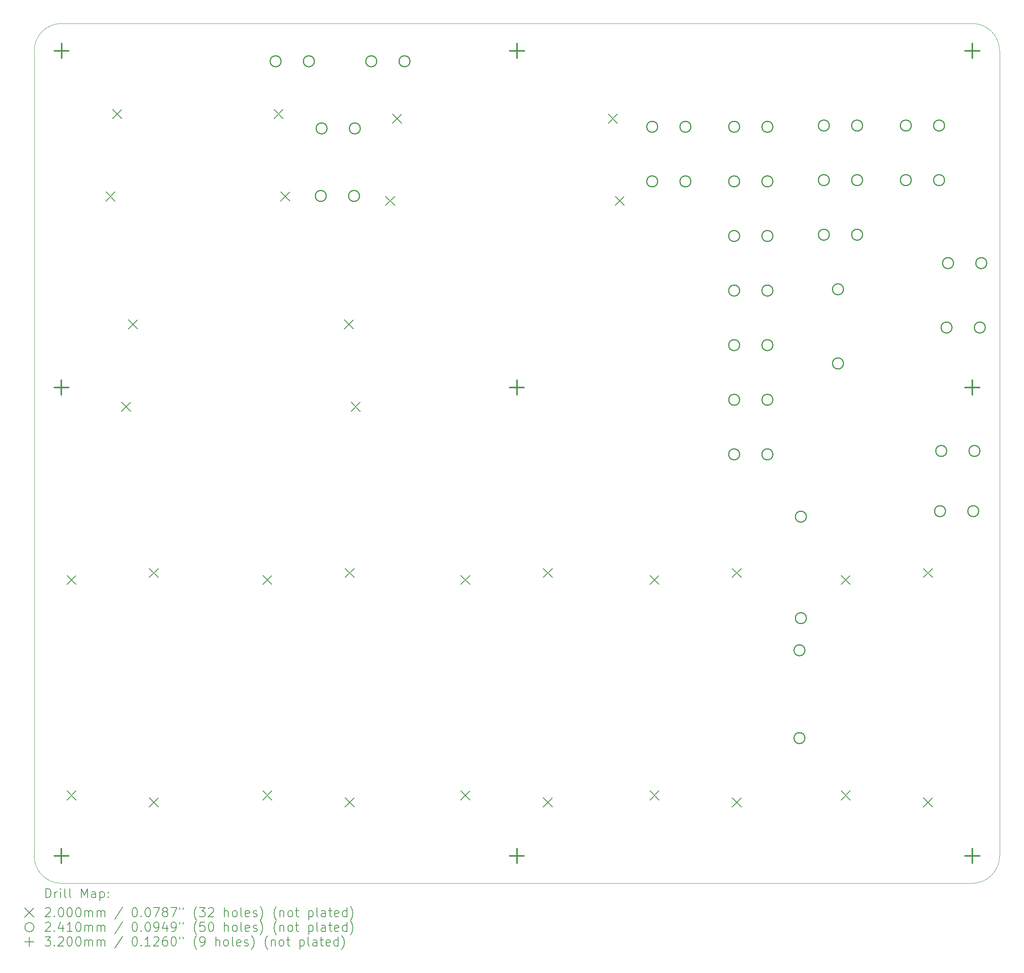
<source format=gbr>
%TF.GenerationSoftware,KiCad,Pcbnew,8.0.2*%
%TF.CreationDate,2024-05-16T19:19:42+09:30*%
%TF.ProjectId,Motherboard 2024,4d6f7468-6572-4626-9f61-726420323032,rev?*%
%TF.SameCoordinates,Original*%
%TF.FileFunction,Drillmap*%
%TF.FilePolarity,Positive*%
%FSLAX45Y45*%
G04 Gerber Fmt 4.5, Leading zero omitted, Abs format (unit mm)*
G04 Created by KiCad (PCBNEW 8.0.2) date 2024-05-16 19:19:42*
%MOMM*%
%LPD*%
G01*
G04 APERTURE LIST*
%ADD10C,0.100000*%
%ADD11C,0.200000*%
%ADD12C,0.241000*%
%ADD13C,0.320000*%
G04 APERTURE END LIST*
D10*
X13518985Y-4330664D02*
X13518985Y-22030664D01*
X34118985Y-22629664D02*
X14118985Y-22629664D01*
X34118985Y-3730664D02*
G75*
G02*
X34718986Y-4330664I5J-599996D01*
G01*
X34118985Y-3730664D02*
X14118985Y-3730664D01*
X13518985Y-4330664D02*
G75*
G02*
X14118985Y-3730664I600000J0D01*
G01*
X34718985Y-22030664D02*
G75*
G02*
X34118985Y-22629665I-599515J514D01*
G01*
X14118985Y-22629664D02*
G75*
G02*
X13518986Y-22030664I-495J599504D01*
G01*
X34718985Y-4330664D02*
X34718985Y-22030664D01*
D11*
X14238485Y-15860164D02*
X14438485Y-16060164D01*
X14438485Y-15860164D02*
X14238485Y-16060164D01*
X14238485Y-20600164D02*
X14438485Y-20800164D01*
X14438485Y-20600164D02*
X14238485Y-20800164D01*
X15094200Y-7433440D02*
X15294200Y-7633440D01*
X15294200Y-7433440D02*
X15094200Y-7633440D01*
X15244200Y-5623440D02*
X15444200Y-5823440D01*
X15444200Y-5623440D02*
X15244200Y-5823440D01*
X15438840Y-12056240D02*
X15638840Y-12256240D01*
X15638840Y-12056240D02*
X15438840Y-12256240D01*
X15588840Y-10246240D02*
X15788840Y-10446240D01*
X15788840Y-10246240D02*
X15588840Y-10446240D01*
X16048485Y-15710164D02*
X16248485Y-15910164D01*
X16248485Y-15710164D02*
X16048485Y-15910164D01*
X16048485Y-20750164D02*
X16248485Y-20950164D01*
X16248485Y-20750164D02*
X16048485Y-20950164D01*
X18538485Y-15860164D02*
X18738485Y-16060164D01*
X18738485Y-15860164D02*
X18538485Y-16060164D01*
X18538485Y-20600164D02*
X18738485Y-20800164D01*
X18738485Y-20600164D02*
X18538485Y-20800164D01*
X18784200Y-5623440D02*
X18984200Y-5823440D01*
X18984200Y-5623440D02*
X18784200Y-5823440D01*
X18934200Y-7433440D02*
X19134200Y-7633440D01*
X19134200Y-7433440D02*
X18934200Y-7633440D01*
X20328840Y-10246240D02*
X20528840Y-10446240D01*
X20528840Y-10246240D02*
X20328840Y-10446240D01*
X20348485Y-15710164D02*
X20548485Y-15910164D01*
X20548485Y-15710164D02*
X20348485Y-15910164D01*
X20348485Y-20750164D02*
X20548485Y-20950164D01*
X20548485Y-20750164D02*
X20348485Y-20950164D01*
X20478840Y-12056240D02*
X20678840Y-12256240D01*
X20678840Y-12056240D02*
X20478840Y-12256240D01*
X21237560Y-7529960D02*
X21437560Y-7729960D01*
X21437560Y-7529960D02*
X21237560Y-7729960D01*
X21387560Y-5719960D02*
X21587560Y-5919960D01*
X21587560Y-5719960D02*
X21387560Y-5919960D01*
X22888485Y-15860164D02*
X23088485Y-16060164D01*
X23088485Y-15860164D02*
X22888485Y-16060164D01*
X22888485Y-20600164D02*
X23088485Y-20800164D01*
X23088485Y-20600164D02*
X22888485Y-20800164D01*
X24698485Y-15710164D02*
X24898485Y-15910164D01*
X24898485Y-15710164D02*
X24698485Y-15910164D01*
X24698485Y-20750164D02*
X24898485Y-20950164D01*
X24898485Y-20750164D02*
X24698485Y-20950164D01*
X26127560Y-5719960D02*
X26327560Y-5919960D01*
X26327560Y-5719960D02*
X26127560Y-5919960D01*
X26277560Y-7529960D02*
X26477560Y-7729960D01*
X26477560Y-7529960D02*
X26277560Y-7729960D01*
X27039474Y-15860153D02*
X27239474Y-16060153D01*
X27239474Y-15860153D02*
X27039474Y-16060153D01*
X27039474Y-20600154D02*
X27239474Y-20800154D01*
X27239474Y-20600154D02*
X27039474Y-20800154D01*
X28849474Y-15710153D02*
X29049474Y-15910153D01*
X29049474Y-15710153D02*
X28849474Y-15910153D01*
X28849474Y-20750154D02*
X29049474Y-20950154D01*
X29049474Y-20750154D02*
X28849474Y-20950154D01*
X31239474Y-15860153D02*
X31439474Y-16060153D01*
X31439474Y-15860153D02*
X31239474Y-16060153D01*
X31239474Y-20600154D02*
X31439474Y-20800154D01*
X31439474Y-20600154D02*
X31239474Y-20800154D01*
X33049474Y-15710153D02*
X33249474Y-15910153D01*
X33249474Y-15710153D02*
X33049474Y-15910153D01*
X33049474Y-20750154D02*
X33249474Y-20950154D01*
X33249474Y-20750154D02*
X33049474Y-20950154D01*
D12*
X18941900Y-4561840D02*
G75*
G02*
X18700900Y-4561840I-120500J0D01*
G01*
X18700900Y-4561840D02*
G75*
G02*
X18941900Y-4561840I120500J0D01*
G01*
X19671900Y-4561840D02*
G75*
G02*
X19430900Y-4561840I-120500J0D01*
G01*
X19430900Y-4561840D02*
G75*
G02*
X19671900Y-4561840I120500J0D01*
G01*
X19933260Y-7521500D02*
G75*
G02*
X19692260Y-7521500I-120500J0D01*
G01*
X19692260Y-7521500D02*
G75*
G02*
X19933260Y-7521500I120500J0D01*
G01*
X19950900Y-6037440D02*
G75*
G02*
X19709900Y-6037440I-120500J0D01*
G01*
X19709900Y-6037440D02*
G75*
G02*
X19950900Y-6037440I120500J0D01*
G01*
X20663260Y-7521500D02*
G75*
G02*
X20422260Y-7521500I-120500J0D01*
G01*
X20422260Y-7521500D02*
G75*
G02*
X20663260Y-7521500I120500J0D01*
G01*
X20680900Y-6037440D02*
G75*
G02*
X20439900Y-6037440I-120500J0D01*
G01*
X20439900Y-6037440D02*
G75*
G02*
X20680900Y-6037440I120500J0D01*
G01*
X21041900Y-4561840D02*
G75*
G02*
X20800900Y-4561840I-120500J0D01*
G01*
X20800900Y-4561840D02*
G75*
G02*
X21041900Y-4561840I120500J0D01*
G01*
X21771900Y-4561840D02*
G75*
G02*
X21530900Y-4561840I-120500J0D01*
G01*
X21530900Y-4561840D02*
G75*
G02*
X21771900Y-4561840I120500J0D01*
G01*
X27211220Y-6001460D02*
G75*
G02*
X26970220Y-6001460I-120500J0D01*
G01*
X26970220Y-6001460D02*
G75*
G02*
X27211220Y-6001460I120500J0D01*
G01*
X27211220Y-7201460D02*
G75*
G02*
X26970220Y-7201460I-120500J0D01*
G01*
X26970220Y-7201460D02*
G75*
G02*
X27211220Y-7201460I120500J0D01*
G01*
X27941220Y-6001460D02*
G75*
G02*
X27700220Y-6001460I-120500J0D01*
G01*
X27700220Y-6001460D02*
G75*
G02*
X27941220Y-6001460I120500J0D01*
G01*
X27941220Y-7201460D02*
G75*
G02*
X27700220Y-7201460I-120500J0D01*
G01*
X27700220Y-7201460D02*
G75*
G02*
X27941220Y-7201460I120500J0D01*
G01*
X29011220Y-6001460D02*
G75*
G02*
X28770220Y-6001460I-120500J0D01*
G01*
X28770220Y-6001460D02*
G75*
G02*
X29011220Y-6001460I120500J0D01*
G01*
X29011220Y-7201460D02*
G75*
G02*
X28770220Y-7201460I-120500J0D01*
G01*
X28770220Y-7201460D02*
G75*
G02*
X29011220Y-7201460I120500J0D01*
G01*
X29011220Y-8401460D02*
G75*
G02*
X28770220Y-8401460I-120500J0D01*
G01*
X28770220Y-8401460D02*
G75*
G02*
X29011220Y-8401460I120500J0D01*
G01*
X29011220Y-9601460D02*
G75*
G02*
X28770220Y-9601460I-120500J0D01*
G01*
X28770220Y-9601460D02*
G75*
G02*
X29011220Y-9601460I120500J0D01*
G01*
X29011220Y-10801460D02*
G75*
G02*
X28770220Y-10801460I-120500J0D01*
G01*
X28770220Y-10801460D02*
G75*
G02*
X29011220Y-10801460I120500J0D01*
G01*
X29011220Y-12001460D02*
G75*
G02*
X28770220Y-12001460I-120500J0D01*
G01*
X28770220Y-12001460D02*
G75*
G02*
X29011220Y-12001460I120500J0D01*
G01*
X29011220Y-13201460D02*
G75*
G02*
X28770220Y-13201460I-120500J0D01*
G01*
X28770220Y-13201460D02*
G75*
G02*
X29011220Y-13201460I120500J0D01*
G01*
X29741220Y-6001460D02*
G75*
G02*
X29500220Y-6001460I-120500J0D01*
G01*
X29500220Y-6001460D02*
G75*
G02*
X29741220Y-6001460I120500J0D01*
G01*
X29741220Y-7201460D02*
G75*
G02*
X29500220Y-7201460I-120500J0D01*
G01*
X29500220Y-7201460D02*
G75*
G02*
X29741220Y-7201460I120500J0D01*
G01*
X29741220Y-8401460D02*
G75*
G02*
X29500220Y-8401460I-120500J0D01*
G01*
X29500220Y-8401460D02*
G75*
G02*
X29741220Y-8401460I120500J0D01*
G01*
X29741220Y-9601460D02*
G75*
G02*
X29500220Y-9601460I-120500J0D01*
G01*
X29500220Y-9601460D02*
G75*
G02*
X29741220Y-9601460I120500J0D01*
G01*
X29741220Y-10801460D02*
G75*
G02*
X29500220Y-10801460I-120500J0D01*
G01*
X29500220Y-10801460D02*
G75*
G02*
X29741220Y-10801460I120500J0D01*
G01*
X29741220Y-12001460D02*
G75*
G02*
X29500220Y-12001460I-120500J0D01*
G01*
X29500220Y-12001460D02*
G75*
G02*
X29741220Y-12001460I120500J0D01*
G01*
X29741220Y-13201460D02*
G75*
G02*
X29500220Y-13201460I-120500J0D01*
G01*
X29500220Y-13201460D02*
G75*
G02*
X29741220Y-13201460I120500J0D01*
G01*
X30445460Y-17508000D02*
G75*
G02*
X30204460Y-17508000I-120500J0D01*
G01*
X30204460Y-17508000D02*
G75*
G02*
X30445460Y-17508000I120500J0D01*
G01*
X30445460Y-19438000D02*
G75*
G02*
X30204460Y-19438000I-120500J0D01*
G01*
X30204460Y-19438000D02*
G75*
G02*
X30445460Y-19438000I120500J0D01*
G01*
X30475940Y-14571480D02*
G75*
G02*
X30234940Y-14571480I-120500J0D01*
G01*
X30234940Y-14571480D02*
G75*
G02*
X30475940Y-14571480I120500J0D01*
G01*
X30475940Y-16801480D02*
G75*
G02*
X30234940Y-16801480I-120500J0D01*
G01*
X30234940Y-16801480D02*
G75*
G02*
X30475940Y-16801480I120500J0D01*
G01*
X30981500Y-5974080D02*
G75*
G02*
X30740500Y-5974080I-120500J0D01*
G01*
X30740500Y-5974080D02*
G75*
G02*
X30981500Y-5974080I120500J0D01*
G01*
X30981500Y-7174080D02*
G75*
G02*
X30740500Y-7174080I-120500J0D01*
G01*
X30740500Y-7174080D02*
G75*
G02*
X30981500Y-7174080I120500J0D01*
G01*
X30981500Y-8374080D02*
G75*
G02*
X30740500Y-8374080I-120500J0D01*
G01*
X30740500Y-8374080D02*
G75*
G02*
X30981500Y-8374080I120500J0D01*
G01*
X31291380Y-9573115D02*
G75*
G02*
X31050380Y-9573115I-120500J0D01*
G01*
X31050380Y-9573115D02*
G75*
G02*
X31291380Y-9573115I120500J0D01*
G01*
X31291380Y-11203115D02*
G75*
G02*
X31050380Y-11203115I-120500J0D01*
G01*
X31050380Y-11203115D02*
G75*
G02*
X31291380Y-11203115I120500J0D01*
G01*
X31711500Y-5974080D02*
G75*
G02*
X31470500Y-5974080I-120500J0D01*
G01*
X31470500Y-5974080D02*
G75*
G02*
X31711500Y-5974080I120500J0D01*
G01*
X31711500Y-7174080D02*
G75*
G02*
X31470500Y-7174080I-120500J0D01*
G01*
X31470500Y-7174080D02*
G75*
G02*
X31711500Y-7174080I120500J0D01*
G01*
X31711500Y-8374080D02*
G75*
G02*
X31470500Y-8374080I-120500J0D01*
G01*
X31470500Y-8374080D02*
G75*
G02*
X31711500Y-8374080I120500J0D01*
G01*
X32781500Y-5974080D02*
G75*
G02*
X32540500Y-5974080I-120500J0D01*
G01*
X32540500Y-5974080D02*
G75*
G02*
X32781500Y-5974080I120500J0D01*
G01*
X32781500Y-7174080D02*
G75*
G02*
X32540500Y-7174080I-120500J0D01*
G01*
X32540500Y-7174080D02*
G75*
G02*
X32781500Y-7174080I120500J0D01*
G01*
X33511500Y-5974080D02*
G75*
G02*
X33270500Y-5974080I-120500J0D01*
G01*
X33270500Y-5974080D02*
G75*
G02*
X33511500Y-5974080I120500J0D01*
G01*
X33511500Y-7174080D02*
G75*
G02*
X33270500Y-7174080I-120500J0D01*
G01*
X33270500Y-7174080D02*
G75*
G02*
X33511500Y-7174080I120500J0D01*
G01*
X33532420Y-14450620D02*
G75*
G02*
X33291420Y-14450620I-120500J0D01*
G01*
X33291420Y-14450620D02*
G75*
G02*
X33532420Y-14450620I120500J0D01*
G01*
X33558580Y-13126720D02*
G75*
G02*
X33317580Y-13126720I-120500J0D01*
G01*
X33317580Y-13126720D02*
G75*
G02*
X33558580Y-13126720I120500J0D01*
G01*
X33675420Y-10414000D02*
G75*
G02*
X33434420Y-10414000I-120500J0D01*
G01*
X33434420Y-10414000D02*
G75*
G02*
X33675420Y-10414000I120500J0D01*
G01*
X33707820Y-8998320D02*
G75*
G02*
X33466820Y-8998320I-120500J0D01*
G01*
X33466820Y-8998320D02*
G75*
G02*
X33707820Y-8998320I120500J0D01*
G01*
X34262420Y-14450620D02*
G75*
G02*
X34021420Y-14450620I-120500J0D01*
G01*
X34021420Y-14450620D02*
G75*
G02*
X34262420Y-14450620I120500J0D01*
G01*
X34288580Y-13126720D02*
G75*
G02*
X34047580Y-13126720I-120500J0D01*
G01*
X34047580Y-13126720D02*
G75*
G02*
X34288580Y-13126720I120500J0D01*
G01*
X34405420Y-10414000D02*
G75*
G02*
X34164420Y-10414000I-120500J0D01*
G01*
X34164420Y-10414000D02*
G75*
G02*
X34405420Y-10414000I120500J0D01*
G01*
X34437820Y-8998320D02*
G75*
G02*
X34196820Y-8998320I-120500J0D01*
G01*
X34196820Y-8998320D02*
G75*
G02*
X34437820Y-8998320I120500J0D01*
G01*
D13*
X14118485Y-11570164D02*
X14118485Y-11890164D01*
X13958485Y-11730164D02*
X14278485Y-11730164D01*
X14118485Y-21870164D02*
X14118485Y-22190164D01*
X13958485Y-22030164D02*
X14278485Y-22030164D01*
X14118985Y-4170664D02*
X14118985Y-4490664D01*
X13958985Y-4330664D02*
X14278985Y-4330664D01*
X24118485Y-11570164D02*
X24118485Y-11890164D01*
X23958485Y-11730164D02*
X24278485Y-11730164D01*
X24118485Y-21870164D02*
X24118485Y-22190164D01*
X23958485Y-22030164D02*
X24278485Y-22030164D01*
X24118985Y-4170664D02*
X24118985Y-4490664D01*
X23958985Y-4330664D02*
X24278985Y-4330664D01*
X34118991Y-4170658D02*
X34118991Y-4490658D01*
X33958991Y-4330658D02*
X34278991Y-4330658D01*
X34119474Y-11570153D02*
X34119474Y-11890153D01*
X33959474Y-11730153D02*
X34279474Y-11730153D01*
X34119474Y-21870154D02*
X34119474Y-22190154D01*
X33959474Y-22030154D02*
X34279474Y-22030154D01*
D11*
X13774762Y-22946149D02*
X13774762Y-22746149D01*
X13774762Y-22746149D02*
X13822381Y-22746149D01*
X13822381Y-22746149D02*
X13850952Y-22755673D01*
X13850952Y-22755673D02*
X13870000Y-22774720D01*
X13870000Y-22774720D02*
X13879524Y-22793768D01*
X13879524Y-22793768D02*
X13889047Y-22831863D01*
X13889047Y-22831863D02*
X13889047Y-22860435D01*
X13889047Y-22860435D02*
X13879524Y-22898530D01*
X13879524Y-22898530D02*
X13870000Y-22917577D01*
X13870000Y-22917577D02*
X13850952Y-22936625D01*
X13850952Y-22936625D02*
X13822381Y-22946149D01*
X13822381Y-22946149D02*
X13774762Y-22946149D01*
X13974762Y-22946149D02*
X13974762Y-22812815D01*
X13974762Y-22850911D02*
X13984285Y-22831863D01*
X13984285Y-22831863D02*
X13993809Y-22822339D01*
X13993809Y-22822339D02*
X14012857Y-22812815D01*
X14012857Y-22812815D02*
X14031905Y-22812815D01*
X14098571Y-22946149D02*
X14098571Y-22812815D01*
X14098571Y-22746149D02*
X14089047Y-22755673D01*
X14089047Y-22755673D02*
X14098571Y-22765196D01*
X14098571Y-22765196D02*
X14108095Y-22755673D01*
X14108095Y-22755673D02*
X14098571Y-22746149D01*
X14098571Y-22746149D02*
X14098571Y-22765196D01*
X14222381Y-22946149D02*
X14203333Y-22936625D01*
X14203333Y-22936625D02*
X14193809Y-22917577D01*
X14193809Y-22917577D02*
X14193809Y-22746149D01*
X14327143Y-22946149D02*
X14308095Y-22936625D01*
X14308095Y-22936625D02*
X14298571Y-22917577D01*
X14298571Y-22917577D02*
X14298571Y-22746149D01*
X14555714Y-22946149D02*
X14555714Y-22746149D01*
X14555714Y-22746149D02*
X14622381Y-22889006D01*
X14622381Y-22889006D02*
X14689047Y-22746149D01*
X14689047Y-22746149D02*
X14689047Y-22946149D01*
X14870000Y-22946149D02*
X14870000Y-22841387D01*
X14870000Y-22841387D02*
X14860476Y-22822339D01*
X14860476Y-22822339D02*
X14841428Y-22812815D01*
X14841428Y-22812815D02*
X14803333Y-22812815D01*
X14803333Y-22812815D02*
X14784285Y-22822339D01*
X14870000Y-22936625D02*
X14850952Y-22946149D01*
X14850952Y-22946149D02*
X14803333Y-22946149D01*
X14803333Y-22946149D02*
X14784285Y-22936625D01*
X14784285Y-22936625D02*
X14774762Y-22917577D01*
X14774762Y-22917577D02*
X14774762Y-22898530D01*
X14774762Y-22898530D02*
X14784285Y-22879482D01*
X14784285Y-22879482D02*
X14803333Y-22869958D01*
X14803333Y-22869958D02*
X14850952Y-22869958D01*
X14850952Y-22869958D02*
X14870000Y-22860435D01*
X14965238Y-22812815D02*
X14965238Y-23012815D01*
X14965238Y-22822339D02*
X14984285Y-22812815D01*
X14984285Y-22812815D02*
X15022381Y-22812815D01*
X15022381Y-22812815D02*
X15041428Y-22822339D01*
X15041428Y-22822339D02*
X15050952Y-22831863D01*
X15050952Y-22831863D02*
X15060476Y-22850911D01*
X15060476Y-22850911D02*
X15060476Y-22908054D01*
X15060476Y-22908054D02*
X15050952Y-22927101D01*
X15050952Y-22927101D02*
X15041428Y-22936625D01*
X15041428Y-22936625D02*
X15022381Y-22946149D01*
X15022381Y-22946149D02*
X14984285Y-22946149D01*
X14984285Y-22946149D02*
X14965238Y-22936625D01*
X15146190Y-22927101D02*
X15155714Y-22936625D01*
X15155714Y-22936625D02*
X15146190Y-22946149D01*
X15146190Y-22946149D02*
X15136666Y-22936625D01*
X15136666Y-22936625D02*
X15146190Y-22927101D01*
X15146190Y-22927101D02*
X15146190Y-22946149D01*
X15146190Y-22822339D02*
X15155714Y-22831863D01*
X15155714Y-22831863D02*
X15146190Y-22841387D01*
X15146190Y-22841387D02*
X15136666Y-22831863D01*
X15136666Y-22831863D02*
X15146190Y-22822339D01*
X15146190Y-22822339D02*
X15146190Y-22841387D01*
X13313985Y-23174665D02*
X13513985Y-23374665D01*
X13513985Y-23174665D02*
X13313985Y-23374665D01*
X13765238Y-23185196D02*
X13774762Y-23175673D01*
X13774762Y-23175673D02*
X13793809Y-23166149D01*
X13793809Y-23166149D02*
X13841428Y-23166149D01*
X13841428Y-23166149D02*
X13860476Y-23175673D01*
X13860476Y-23175673D02*
X13870000Y-23185196D01*
X13870000Y-23185196D02*
X13879524Y-23204244D01*
X13879524Y-23204244D02*
X13879524Y-23223292D01*
X13879524Y-23223292D02*
X13870000Y-23251863D01*
X13870000Y-23251863D02*
X13755714Y-23366149D01*
X13755714Y-23366149D02*
X13879524Y-23366149D01*
X13965238Y-23347101D02*
X13974762Y-23356625D01*
X13974762Y-23356625D02*
X13965238Y-23366149D01*
X13965238Y-23366149D02*
X13955714Y-23356625D01*
X13955714Y-23356625D02*
X13965238Y-23347101D01*
X13965238Y-23347101D02*
X13965238Y-23366149D01*
X14098571Y-23166149D02*
X14117619Y-23166149D01*
X14117619Y-23166149D02*
X14136666Y-23175673D01*
X14136666Y-23175673D02*
X14146190Y-23185196D01*
X14146190Y-23185196D02*
X14155714Y-23204244D01*
X14155714Y-23204244D02*
X14165238Y-23242339D01*
X14165238Y-23242339D02*
X14165238Y-23289958D01*
X14165238Y-23289958D02*
X14155714Y-23328054D01*
X14155714Y-23328054D02*
X14146190Y-23347101D01*
X14146190Y-23347101D02*
X14136666Y-23356625D01*
X14136666Y-23356625D02*
X14117619Y-23366149D01*
X14117619Y-23366149D02*
X14098571Y-23366149D01*
X14098571Y-23366149D02*
X14079524Y-23356625D01*
X14079524Y-23356625D02*
X14070000Y-23347101D01*
X14070000Y-23347101D02*
X14060476Y-23328054D01*
X14060476Y-23328054D02*
X14050952Y-23289958D01*
X14050952Y-23289958D02*
X14050952Y-23242339D01*
X14050952Y-23242339D02*
X14060476Y-23204244D01*
X14060476Y-23204244D02*
X14070000Y-23185196D01*
X14070000Y-23185196D02*
X14079524Y-23175673D01*
X14079524Y-23175673D02*
X14098571Y-23166149D01*
X14289047Y-23166149D02*
X14308095Y-23166149D01*
X14308095Y-23166149D02*
X14327143Y-23175673D01*
X14327143Y-23175673D02*
X14336666Y-23185196D01*
X14336666Y-23185196D02*
X14346190Y-23204244D01*
X14346190Y-23204244D02*
X14355714Y-23242339D01*
X14355714Y-23242339D02*
X14355714Y-23289958D01*
X14355714Y-23289958D02*
X14346190Y-23328054D01*
X14346190Y-23328054D02*
X14336666Y-23347101D01*
X14336666Y-23347101D02*
X14327143Y-23356625D01*
X14327143Y-23356625D02*
X14308095Y-23366149D01*
X14308095Y-23366149D02*
X14289047Y-23366149D01*
X14289047Y-23366149D02*
X14270000Y-23356625D01*
X14270000Y-23356625D02*
X14260476Y-23347101D01*
X14260476Y-23347101D02*
X14250952Y-23328054D01*
X14250952Y-23328054D02*
X14241428Y-23289958D01*
X14241428Y-23289958D02*
X14241428Y-23242339D01*
X14241428Y-23242339D02*
X14250952Y-23204244D01*
X14250952Y-23204244D02*
X14260476Y-23185196D01*
X14260476Y-23185196D02*
X14270000Y-23175673D01*
X14270000Y-23175673D02*
X14289047Y-23166149D01*
X14479524Y-23166149D02*
X14498571Y-23166149D01*
X14498571Y-23166149D02*
X14517619Y-23175673D01*
X14517619Y-23175673D02*
X14527143Y-23185196D01*
X14527143Y-23185196D02*
X14536666Y-23204244D01*
X14536666Y-23204244D02*
X14546190Y-23242339D01*
X14546190Y-23242339D02*
X14546190Y-23289958D01*
X14546190Y-23289958D02*
X14536666Y-23328054D01*
X14536666Y-23328054D02*
X14527143Y-23347101D01*
X14527143Y-23347101D02*
X14517619Y-23356625D01*
X14517619Y-23356625D02*
X14498571Y-23366149D01*
X14498571Y-23366149D02*
X14479524Y-23366149D01*
X14479524Y-23366149D02*
X14460476Y-23356625D01*
X14460476Y-23356625D02*
X14450952Y-23347101D01*
X14450952Y-23347101D02*
X14441428Y-23328054D01*
X14441428Y-23328054D02*
X14431905Y-23289958D01*
X14431905Y-23289958D02*
X14431905Y-23242339D01*
X14431905Y-23242339D02*
X14441428Y-23204244D01*
X14441428Y-23204244D02*
X14450952Y-23185196D01*
X14450952Y-23185196D02*
X14460476Y-23175673D01*
X14460476Y-23175673D02*
X14479524Y-23166149D01*
X14631905Y-23366149D02*
X14631905Y-23232815D01*
X14631905Y-23251863D02*
X14641428Y-23242339D01*
X14641428Y-23242339D02*
X14660476Y-23232815D01*
X14660476Y-23232815D02*
X14689047Y-23232815D01*
X14689047Y-23232815D02*
X14708095Y-23242339D01*
X14708095Y-23242339D02*
X14717619Y-23261387D01*
X14717619Y-23261387D02*
X14717619Y-23366149D01*
X14717619Y-23261387D02*
X14727143Y-23242339D01*
X14727143Y-23242339D02*
X14746190Y-23232815D01*
X14746190Y-23232815D02*
X14774762Y-23232815D01*
X14774762Y-23232815D02*
X14793809Y-23242339D01*
X14793809Y-23242339D02*
X14803333Y-23261387D01*
X14803333Y-23261387D02*
X14803333Y-23366149D01*
X14898571Y-23366149D02*
X14898571Y-23232815D01*
X14898571Y-23251863D02*
X14908095Y-23242339D01*
X14908095Y-23242339D02*
X14927143Y-23232815D01*
X14927143Y-23232815D02*
X14955714Y-23232815D01*
X14955714Y-23232815D02*
X14974762Y-23242339D01*
X14974762Y-23242339D02*
X14984286Y-23261387D01*
X14984286Y-23261387D02*
X14984286Y-23366149D01*
X14984286Y-23261387D02*
X14993809Y-23242339D01*
X14993809Y-23242339D02*
X15012857Y-23232815D01*
X15012857Y-23232815D02*
X15041428Y-23232815D01*
X15041428Y-23232815D02*
X15060476Y-23242339D01*
X15060476Y-23242339D02*
X15070000Y-23261387D01*
X15070000Y-23261387D02*
X15070000Y-23366149D01*
X15460476Y-23156625D02*
X15289048Y-23413768D01*
X15717619Y-23166149D02*
X15736667Y-23166149D01*
X15736667Y-23166149D02*
X15755714Y-23175673D01*
X15755714Y-23175673D02*
X15765238Y-23185196D01*
X15765238Y-23185196D02*
X15774762Y-23204244D01*
X15774762Y-23204244D02*
X15784286Y-23242339D01*
X15784286Y-23242339D02*
X15784286Y-23289958D01*
X15784286Y-23289958D02*
X15774762Y-23328054D01*
X15774762Y-23328054D02*
X15765238Y-23347101D01*
X15765238Y-23347101D02*
X15755714Y-23356625D01*
X15755714Y-23356625D02*
X15736667Y-23366149D01*
X15736667Y-23366149D02*
X15717619Y-23366149D01*
X15717619Y-23366149D02*
X15698571Y-23356625D01*
X15698571Y-23356625D02*
X15689048Y-23347101D01*
X15689048Y-23347101D02*
X15679524Y-23328054D01*
X15679524Y-23328054D02*
X15670000Y-23289958D01*
X15670000Y-23289958D02*
X15670000Y-23242339D01*
X15670000Y-23242339D02*
X15679524Y-23204244D01*
X15679524Y-23204244D02*
X15689048Y-23185196D01*
X15689048Y-23185196D02*
X15698571Y-23175673D01*
X15698571Y-23175673D02*
X15717619Y-23166149D01*
X15870000Y-23347101D02*
X15879524Y-23356625D01*
X15879524Y-23356625D02*
X15870000Y-23366149D01*
X15870000Y-23366149D02*
X15860476Y-23356625D01*
X15860476Y-23356625D02*
X15870000Y-23347101D01*
X15870000Y-23347101D02*
X15870000Y-23366149D01*
X16003333Y-23166149D02*
X16022381Y-23166149D01*
X16022381Y-23166149D02*
X16041429Y-23175673D01*
X16041429Y-23175673D02*
X16050952Y-23185196D01*
X16050952Y-23185196D02*
X16060476Y-23204244D01*
X16060476Y-23204244D02*
X16070000Y-23242339D01*
X16070000Y-23242339D02*
X16070000Y-23289958D01*
X16070000Y-23289958D02*
X16060476Y-23328054D01*
X16060476Y-23328054D02*
X16050952Y-23347101D01*
X16050952Y-23347101D02*
X16041429Y-23356625D01*
X16041429Y-23356625D02*
X16022381Y-23366149D01*
X16022381Y-23366149D02*
X16003333Y-23366149D01*
X16003333Y-23366149D02*
X15984286Y-23356625D01*
X15984286Y-23356625D02*
X15974762Y-23347101D01*
X15974762Y-23347101D02*
X15965238Y-23328054D01*
X15965238Y-23328054D02*
X15955714Y-23289958D01*
X15955714Y-23289958D02*
X15955714Y-23242339D01*
X15955714Y-23242339D02*
X15965238Y-23204244D01*
X15965238Y-23204244D02*
X15974762Y-23185196D01*
X15974762Y-23185196D02*
X15984286Y-23175673D01*
X15984286Y-23175673D02*
X16003333Y-23166149D01*
X16136667Y-23166149D02*
X16270000Y-23166149D01*
X16270000Y-23166149D02*
X16184286Y-23366149D01*
X16374762Y-23251863D02*
X16355714Y-23242339D01*
X16355714Y-23242339D02*
X16346190Y-23232815D01*
X16346190Y-23232815D02*
X16336667Y-23213768D01*
X16336667Y-23213768D02*
X16336667Y-23204244D01*
X16336667Y-23204244D02*
X16346190Y-23185196D01*
X16346190Y-23185196D02*
X16355714Y-23175673D01*
X16355714Y-23175673D02*
X16374762Y-23166149D01*
X16374762Y-23166149D02*
X16412857Y-23166149D01*
X16412857Y-23166149D02*
X16431905Y-23175673D01*
X16431905Y-23175673D02*
X16441429Y-23185196D01*
X16441429Y-23185196D02*
X16450952Y-23204244D01*
X16450952Y-23204244D02*
X16450952Y-23213768D01*
X16450952Y-23213768D02*
X16441429Y-23232815D01*
X16441429Y-23232815D02*
X16431905Y-23242339D01*
X16431905Y-23242339D02*
X16412857Y-23251863D01*
X16412857Y-23251863D02*
X16374762Y-23251863D01*
X16374762Y-23251863D02*
X16355714Y-23261387D01*
X16355714Y-23261387D02*
X16346190Y-23270911D01*
X16346190Y-23270911D02*
X16336667Y-23289958D01*
X16336667Y-23289958D02*
X16336667Y-23328054D01*
X16336667Y-23328054D02*
X16346190Y-23347101D01*
X16346190Y-23347101D02*
X16355714Y-23356625D01*
X16355714Y-23356625D02*
X16374762Y-23366149D01*
X16374762Y-23366149D02*
X16412857Y-23366149D01*
X16412857Y-23366149D02*
X16431905Y-23356625D01*
X16431905Y-23356625D02*
X16441429Y-23347101D01*
X16441429Y-23347101D02*
X16450952Y-23328054D01*
X16450952Y-23328054D02*
X16450952Y-23289958D01*
X16450952Y-23289958D02*
X16441429Y-23270911D01*
X16441429Y-23270911D02*
X16431905Y-23261387D01*
X16431905Y-23261387D02*
X16412857Y-23251863D01*
X16517619Y-23166149D02*
X16650952Y-23166149D01*
X16650952Y-23166149D02*
X16565238Y-23366149D01*
X16717619Y-23166149D02*
X16717619Y-23204244D01*
X16793810Y-23166149D02*
X16793810Y-23204244D01*
X17089048Y-23442339D02*
X17079524Y-23432815D01*
X17079524Y-23432815D02*
X17060476Y-23404244D01*
X17060476Y-23404244D02*
X17050953Y-23385196D01*
X17050953Y-23385196D02*
X17041429Y-23356625D01*
X17041429Y-23356625D02*
X17031905Y-23309006D01*
X17031905Y-23309006D02*
X17031905Y-23270911D01*
X17031905Y-23270911D02*
X17041429Y-23223292D01*
X17041429Y-23223292D02*
X17050953Y-23194720D01*
X17050953Y-23194720D02*
X17060476Y-23175673D01*
X17060476Y-23175673D02*
X17079524Y-23147101D01*
X17079524Y-23147101D02*
X17089048Y-23137577D01*
X17146191Y-23166149D02*
X17270000Y-23166149D01*
X17270000Y-23166149D02*
X17203333Y-23242339D01*
X17203333Y-23242339D02*
X17231905Y-23242339D01*
X17231905Y-23242339D02*
X17250953Y-23251863D01*
X17250953Y-23251863D02*
X17260476Y-23261387D01*
X17260476Y-23261387D02*
X17270000Y-23280435D01*
X17270000Y-23280435D02*
X17270000Y-23328054D01*
X17270000Y-23328054D02*
X17260476Y-23347101D01*
X17260476Y-23347101D02*
X17250953Y-23356625D01*
X17250953Y-23356625D02*
X17231905Y-23366149D01*
X17231905Y-23366149D02*
X17174762Y-23366149D01*
X17174762Y-23366149D02*
X17155714Y-23356625D01*
X17155714Y-23356625D02*
X17146191Y-23347101D01*
X17346191Y-23185196D02*
X17355714Y-23175673D01*
X17355714Y-23175673D02*
X17374762Y-23166149D01*
X17374762Y-23166149D02*
X17422381Y-23166149D01*
X17422381Y-23166149D02*
X17441429Y-23175673D01*
X17441429Y-23175673D02*
X17450953Y-23185196D01*
X17450953Y-23185196D02*
X17460476Y-23204244D01*
X17460476Y-23204244D02*
X17460476Y-23223292D01*
X17460476Y-23223292D02*
X17450953Y-23251863D01*
X17450953Y-23251863D02*
X17336667Y-23366149D01*
X17336667Y-23366149D02*
X17460476Y-23366149D01*
X17698572Y-23366149D02*
X17698572Y-23166149D01*
X17784286Y-23366149D02*
X17784286Y-23261387D01*
X17784286Y-23261387D02*
X17774762Y-23242339D01*
X17774762Y-23242339D02*
X17755715Y-23232815D01*
X17755715Y-23232815D02*
X17727143Y-23232815D01*
X17727143Y-23232815D02*
X17708095Y-23242339D01*
X17708095Y-23242339D02*
X17698572Y-23251863D01*
X17908095Y-23366149D02*
X17889048Y-23356625D01*
X17889048Y-23356625D02*
X17879524Y-23347101D01*
X17879524Y-23347101D02*
X17870000Y-23328054D01*
X17870000Y-23328054D02*
X17870000Y-23270911D01*
X17870000Y-23270911D02*
X17879524Y-23251863D01*
X17879524Y-23251863D02*
X17889048Y-23242339D01*
X17889048Y-23242339D02*
X17908095Y-23232815D01*
X17908095Y-23232815D02*
X17936667Y-23232815D01*
X17936667Y-23232815D02*
X17955715Y-23242339D01*
X17955715Y-23242339D02*
X17965238Y-23251863D01*
X17965238Y-23251863D02*
X17974762Y-23270911D01*
X17974762Y-23270911D02*
X17974762Y-23328054D01*
X17974762Y-23328054D02*
X17965238Y-23347101D01*
X17965238Y-23347101D02*
X17955715Y-23356625D01*
X17955715Y-23356625D02*
X17936667Y-23366149D01*
X17936667Y-23366149D02*
X17908095Y-23366149D01*
X18089048Y-23366149D02*
X18070000Y-23356625D01*
X18070000Y-23356625D02*
X18060476Y-23337577D01*
X18060476Y-23337577D02*
X18060476Y-23166149D01*
X18241429Y-23356625D02*
X18222381Y-23366149D01*
X18222381Y-23366149D02*
X18184286Y-23366149D01*
X18184286Y-23366149D02*
X18165238Y-23356625D01*
X18165238Y-23356625D02*
X18155715Y-23337577D01*
X18155715Y-23337577D02*
X18155715Y-23261387D01*
X18155715Y-23261387D02*
X18165238Y-23242339D01*
X18165238Y-23242339D02*
X18184286Y-23232815D01*
X18184286Y-23232815D02*
X18222381Y-23232815D01*
X18222381Y-23232815D02*
X18241429Y-23242339D01*
X18241429Y-23242339D02*
X18250953Y-23261387D01*
X18250953Y-23261387D02*
X18250953Y-23280435D01*
X18250953Y-23280435D02*
X18155715Y-23299482D01*
X18327143Y-23356625D02*
X18346191Y-23366149D01*
X18346191Y-23366149D02*
X18384286Y-23366149D01*
X18384286Y-23366149D02*
X18403334Y-23356625D01*
X18403334Y-23356625D02*
X18412857Y-23337577D01*
X18412857Y-23337577D02*
X18412857Y-23328054D01*
X18412857Y-23328054D02*
X18403334Y-23309006D01*
X18403334Y-23309006D02*
X18384286Y-23299482D01*
X18384286Y-23299482D02*
X18355715Y-23299482D01*
X18355715Y-23299482D02*
X18336667Y-23289958D01*
X18336667Y-23289958D02*
X18327143Y-23270911D01*
X18327143Y-23270911D02*
X18327143Y-23261387D01*
X18327143Y-23261387D02*
X18336667Y-23242339D01*
X18336667Y-23242339D02*
X18355715Y-23232815D01*
X18355715Y-23232815D02*
X18384286Y-23232815D01*
X18384286Y-23232815D02*
X18403334Y-23242339D01*
X18479524Y-23442339D02*
X18489048Y-23432815D01*
X18489048Y-23432815D02*
X18508096Y-23404244D01*
X18508096Y-23404244D02*
X18517619Y-23385196D01*
X18517619Y-23385196D02*
X18527143Y-23356625D01*
X18527143Y-23356625D02*
X18536667Y-23309006D01*
X18536667Y-23309006D02*
X18536667Y-23270911D01*
X18536667Y-23270911D02*
X18527143Y-23223292D01*
X18527143Y-23223292D02*
X18517619Y-23194720D01*
X18517619Y-23194720D02*
X18508096Y-23175673D01*
X18508096Y-23175673D02*
X18489048Y-23147101D01*
X18489048Y-23147101D02*
X18479524Y-23137577D01*
X18841429Y-23442339D02*
X18831905Y-23432815D01*
X18831905Y-23432815D02*
X18812857Y-23404244D01*
X18812857Y-23404244D02*
X18803334Y-23385196D01*
X18803334Y-23385196D02*
X18793810Y-23356625D01*
X18793810Y-23356625D02*
X18784286Y-23309006D01*
X18784286Y-23309006D02*
X18784286Y-23270911D01*
X18784286Y-23270911D02*
X18793810Y-23223292D01*
X18793810Y-23223292D02*
X18803334Y-23194720D01*
X18803334Y-23194720D02*
X18812857Y-23175673D01*
X18812857Y-23175673D02*
X18831905Y-23147101D01*
X18831905Y-23147101D02*
X18841429Y-23137577D01*
X18917619Y-23232815D02*
X18917619Y-23366149D01*
X18917619Y-23251863D02*
X18927143Y-23242339D01*
X18927143Y-23242339D02*
X18946191Y-23232815D01*
X18946191Y-23232815D02*
X18974762Y-23232815D01*
X18974762Y-23232815D02*
X18993810Y-23242339D01*
X18993810Y-23242339D02*
X19003334Y-23261387D01*
X19003334Y-23261387D02*
X19003334Y-23366149D01*
X19127143Y-23366149D02*
X19108096Y-23356625D01*
X19108096Y-23356625D02*
X19098572Y-23347101D01*
X19098572Y-23347101D02*
X19089048Y-23328054D01*
X19089048Y-23328054D02*
X19089048Y-23270911D01*
X19089048Y-23270911D02*
X19098572Y-23251863D01*
X19098572Y-23251863D02*
X19108096Y-23242339D01*
X19108096Y-23242339D02*
X19127143Y-23232815D01*
X19127143Y-23232815D02*
X19155715Y-23232815D01*
X19155715Y-23232815D02*
X19174762Y-23242339D01*
X19174762Y-23242339D02*
X19184286Y-23251863D01*
X19184286Y-23251863D02*
X19193810Y-23270911D01*
X19193810Y-23270911D02*
X19193810Y-23328054D01*
X19193810Y-23328054D02*
X19184286Y-23347101D01*
X19184286Y-23347101D02*
X19174762Y-23356625D01*
X19174762Y-23356625D02*
X19155715Y-23366149D01*
X19155715Y-23366149D02*
X19127143Y-23366149D01*
X19250953Y-23232815D02*
X19327143Y-23232815D01*
X19279524Y-23166149D02*
X19279524Y-23337577D01*
X19279524Y-23337577D02*
X19289048Y-23356625D01*
X19289048Y-23356625D02*
X19308096Y-23366149D01*
X19308096Y-23366149D02*
X19327143Y-23366149D01*
X19546191Y-23232815D02*
X19546191Y-23432815D01*
X19546191Y-23242339D02*
X19565238Y-23232815D01*
X19565238Y-23232815D02*
X19603334Y-23232815D01*
X19603334Y-23232815D02*
X19622381Y-23242339D01*
X19622381Y-23242339D02*
X19631905Y-23251863D01*
X19631905Y-23251863D02*
X19641429Y-23270911D01*
X19641429Y-23270911D02*
X19641429Y-23328054D01*
X19641429Y-23328054D02*
X19631905Y-23347101D01*
X19631905Y-23347101D02*
X19622381Y-23356625D01*
X19622381Y-23356625D02*
X19603334Y-23366149D01*
X19603334Y-23366149D02*
X19565238Y-23366149D01*
X19565238Y-23366149D02*
X19546191Y-23356625D01*
X19755715Y-23366149D02*
X19736667Y-23356625D01*
X19736667Y-23356625D02*
X19727143Y-23337577D01*
X19727143Y-23337577D02*
X19727143Y-23166149D01*
X19917619Y-23366149D02*
X19917619Y-23261387D01*
X19917619Y-23261387D02*
X19908096Y-23242339D01*
X19908096Y-23242339D02*
X19889048Y-23232815D01*
X19889048Y-23232815D02*
X19850953Y-23232815D01*
X19850953Y-23232815D02*
X19831905Y-23242339D01*
X19917619Y-23356625D02*
X19898572Y-23366149D01*
X19898572Y-23366149D02*
X19850953Y-23366149D01*
X19850953Y-23366149D02*
X19831905Y-23356625D01*
X19831905Y-23356625D02*
X19822381Y-23337577D01*
X19822381Y-23337577D02*
X19822381Y-23318530D01*
X19822381Y-23318530D02*
X19831905Y-23299482D01*
X19831905Y-23299482D02*
X19850953Y-23289958D01*
X19850953Y-23289958D02*
X19898572Y-23289958D01*
X19898572Y-23289958D02*
X19917619Y-23280435D01*
X19984286Y-23232815D02*
X20060477Y-23232815D01*
X20012858Y-23166149D02*
X20012858Y-23337577D01*
X20012858Y-23337577D02*
X20022381Y-23356625D01*
X20022381Y-23356625D02*
X20041429Y-23366149D01*
X20041429Y-23366149D02*
X20060477Y-23366149D01*
X20203334Y-23356625D02*
X20184286Y-23366149D01*
X20184286Y-23366149D02*
X20146191Y-23366149D01*
X20146191Y-23366149D02*
X20127143Y-23356625D01*
X20127143Y-23356625D02*
X20117619Y-23337577D01*
X20117619Y-23337577D02*
X20117619Y-23261387D01*
X20117619Y-23261387D02*
X20127143Y-23242339D01*
X20127143Y-23242339D02*
X20146191Y-23232815D01*
X20146191Y-23232815D02*
X20184286Y-23232815D01*
X20184286Y-23232815D02*
X20203334Y-23242339D01*
X20203334Y-23242339D02*
X20212858Y-23261387D01*
X20212858Y-23261387D02*
X20212858Y-23280435D01*
X20212858Y-23280435D02*
X20117619Y-23299482D01*
X20384286Y-23366149D02*
X20384286Y-23166149D01*
X20384286Y-23356625D02*
X20365239Y-23366149D01*
X20365239Y-23366149D02*
X20327143Y-23366149D01*
X20327143Y-23366149D02*
X20308096Y-23356625D01*
X20308096Y-23356625D02*
X20298572Y-23347101D01*
X20298572Y-23347101D02*
X20289048Y-23328054D01*
X20289048Y-23328054D02*
X20289048Y-23270911D01*
X20289048Y-23270911D02*
X20298572Y-23251863D01*
X20298572Y-23251863D02*
X20308096Y-23242339D01*
X20308096Y-23242339D02*
X20327143Y-23232815D01*
X20327143Y-23232815D02*
X20365239Y-23232815D01*
X20365239Y-23232815D02*
X20384286Y-23242339D01*
X20460477Y-23442339D02*
X20470000Y-23432815D01*
X20470000Y-23432815D02*
X20489048Y-23404244D01*
X20489048Y-23404244D02*
X20498572Y-23385196D01*
X20498572Y-23385196D02*
X20508096Y-23356625D01*
X20508096Y-23356625D02*
X20517619Y-23309006D01*
X20517619Y-23309006D02*
X20517619Y-23270911D01*
X20517619Y-23270911D02*
X20508096Y-23223292D01*
X20508096Y-23223292D02*
X20498572Y-23194720D01*
X20498572Y-23194720D02*
X20489048Y-23175673D01*
X20489048Y-23175673D02*
X20470000Y-23147101D01*
X20470000Y-23147101D02*
X20460477Y-23137577D01*
X13513985Y-23594665D02*
G75*
G02*
X13313985Y-23594665I-100000J0D01*
G01*
X13313985Y-23594665D02*
G75*
G02*
X13513985Y-23594665I100000J0D01*
G01*
X13765238Y-23505196D02*
X13774762Y-23495673D01*
X13774762Y-23495673D02*
X13793809Y-23486149D01*
X13793809Y-23486149D02*
X13841428Y-23486149D01*
X13841428Y-23486149D02*
X13860476Y-23495673D01*
X13860476Y-23495673D02*
X13870000Y-23505196D01*
X13870000Y-23505196D02*
X13879524Y-23524244D01*
X13879524Y-23524244D02*
X13879524Y-23543292D01*
X13879524Y-23543292D02*
X13870000Y-23571863D01*
X13870000Y-23571863D02*
X13755714Y-23686149D01*
X13755714Y-23686149D02*
X13879524Y-23686149D01*
X13965238Y-23667101D02*
X13974762Y-23676625D01*
X13974762Y-23676625D02*
X13965238Y-23686149D01*
X13965238Y-23686149D02*
X13955714Y-23676625D01*
X13955714Y-23676625D02*
X13965238Y-23667101D01*
X13965238Y-23667101D02*
X13965238Y-23686149D01*
X14146190Y-23552815D02*
X14146190Y-23686149D01*
X14098571Y-23476625D02*
X14050952Y-23619482D01*
X14050952Y-23619482D02*
X14174762Y-23619482D01*
X14355714Y-23686149D02*
X14241428Y-23686149D01*
X14298571Y-23686149D02*
X14298571Y-23486149D01*
X14298571Y-23486149D02*
X14279524Y-23514720D01*
X14279524Y-23514720D02*
X14260476Y-23533768D01*
X14260476Y-23533768D02*
X14241428Y-23543292D01*
X14479524Y-23486149D02*
X14498571Y-23486149D01*
X14498571Y-23486149D02*
X14517619Y-23495673D01*
X14517619Y-23495673D02*
X14527143Y-23505196D01*
X14527143Y-23505196D02*
X14536666Y-23524244D01*
X14536666Y-23524244D02*
X14546190Y-23562339D01*
X14546190Y-23562339D02*
X14546190Y-23609958D01*
X14546190Y-23609958D02*
X14536666Y-23648054D01*
X14536666Y-23648054D02*
X14527143Y-23667101D01*
X14527143Y-23667101D02*
X14517619Y-23676625D01*
X14517619Y-23676625D02*
X14498571Y-23686149D01*
X14498571Y-23686149D02*
X14479524Y-23686149D01*
X14479524Y-23686149D02*
X14460476Y-23676625D01*
X14460476Y-23676625D02*
X14450952Y-23667101D01*
X14450952Y-23667101D02*
X14441428Y-23648054D01*
X14441428Y-23648054D02*
X14431905Y-23609958D01*
X14431905Y-23609958D02*
X14431905Y-23562339D01*
X14431905Y-23562339D02*
X14441428Y-23524244D01*
X14441428Y-23524244D02*
X14450952Y-23505196D01*
X14450952Y-23505196D02*
X14460476Y-23495673D01*
X14460476Y-23495673D02*
X14479524Y-23486149D01*
X14631905Y-23686149D02*
X14631905Y-23552815D01*
X14631905Y-23571863D02*
X14641428Y-23562339D01*
X14641428Y-23562339D02*
X14660476Y-23552815D01*
X14660476Y-23552815D02*
X14689047Y-23552815D01*
X14689047Y-23552815D02*
X14708095Y-23562339D01*
X14708095Y-23562339D02*
X14717619Y-23581387D01*
X14717619Y-23581387D02*
X14717619Y-23686149D01*
X14717619Y-23581387D02*
X14727143Y-23562339D01*
X14727143Y-23562339D02*
X14746190Y-23552815D01*
X14746190Y-23552815D02*
X14774762Y-23552815D01*
X14774762Y-23552815D02*
X14793809Y-23562339D01*
X14793809Y-23562339D02*
X14803333Y-23581387D01*
X14803333Y-23581387D02*
X14803333Y-23686149D01*
X14898571Y-23686149D02*
X14898571Y-23552815D01*
X14898571Y-23571863D02*
X14908095Y-23562339D01*
X14908095Y-23562339D02*
X14927143Y-23552815D01*
X14927143Y-23552815D02*
X14955714Y-23552815D01*
X14955714Y-23552815D02*
X14974762Y-23562339D01*
X14974762Y-23562339D02*
X14984286Y-23581387D01*
X14984286Y-23581387D02*
X14984286Y-23686149D01*
X14984286Y-23581387D02*
X14993809Y-23562339D01*
X14993809Y-23562339D02*
X15012857Y-23552815D01*
X15012857Y-23552815D02*
X15041428Y-23552815D01*
X15041428Y-23552815D02*
X15060476Y-23562339D01*
X15060476Y-23562339D02*
X15070000Y-23581387D01*
X15070000Y-23581387D02*
X15070000Y-23686149D01*
X15460476Y-23476625D02*
X15289048Y-23733768D01*
X15717619Y-23486149D02*
X15736667Y-23486149D01*
X15736667Y-23486149D02*
X15755714Y-23495673D01*
X15755714Y-23495673D02*
X15765238Y-23505196D01*
X15765238Y-23505196D02*
X15774762Y-23524244D01*
X15774762Y-23524244D02*
X15784286Y-23562339D01*
X15784286Y-23562339D02*
X15784286Y-23609958D01*
X15784286Y-23609958D02*
X15774762Y-23648054D01*
X15774762Y-23648054D02*
X15765238Y-23667101D01*
X15765238Y-23667101D02*
X15755714Y-23676625D01*
X15755714Y-23676625D02*
X15736667Y-23686149D01*
X15736667Y-23686149D02*
X15717619Y-23686149D01*
X15717619Y-23686149D02*
X15698571Y-23676625D01*
X15698571Y-23676625D02*
X15689048Y-23667101D01*
X15689048Y-23667101D02*
X15679524Y-23648054D01*
X15679524Y-23648054D02*
X15670000Y-23609958D01*
X15670000Y-23609958D02*
X15670000Y-23562339D01*
X15670000Y-23562339D02*
X15679524Y-23524244D01*
X15679524Y-23524244D02*
X15689048Y-23505196D01*
X15689048Y-23505196D02*
X15698571Y-23495673D01*
X15698571Y-23495673D02*
X15717619Y-23486149D01*
X15870000Y-23667101D02*
X15879524Y-23676625D01*
X15879524Y-23676625D02*
X15870000Y-23686149D01*
X15870000Y-23686149D02*
X15860476Y-23676625D01*
X15860476Y-23676625D02*
X15870000Y-23667101D01*
X15870000Y-23667101D02*
X15870000Y-23686149D01*
X16003333Y-23486149D02*
X16022381Y-23486149D01*
X16022381Y-23486149D02*
X16041429Y-23495673D01*
X16041429Y-23495673D02*
X16050952Y-23505196D01*
X16050952Y-23505196D02*
X16060476Y-23524244D01*
X16060476Y-23524244D02*
X16070000Y-23562339D01*
X16070000Y-23562339D02*
X16070000Y-23609958D01*
X16070000Y-23609958D02*
X16060476Y-23648054D01*
X16060476Y-23648054D02*
X16050952Y-23667101D01*
X16050952Y-23667101D02*
X16041429Y-23676625D01*
X16041429Y-23676625D02*
X16022381Y-23686149D01*
X16022381Y-23686149D02*
X16003333Y-23686149D01*
X16003333Y-23686149D02*
X15984286Y-23676625D01*
X15984286Y-23676625D02*
X15974762Y-23667101D01*
X15974762Y-23667101D02*
X15965238Y-23648054D01*
X15965238Y-23648054D02*
X15955714Y-23609958D01*
X15955714Y-23609958D02*
X15955714Y-23562339D01*
X15955714Y-23562339D02*
X15965238Y-23524244D01*
X15965238Y-23524244D02*
X15974762Y-23505196D01*
X15974762Y-23505196D02*
X15984286Y-23495673D01*
X15984286Y-23495673D02*
X16003333Y-23486149D01*
X16165238Y-23686149D02*
X16203333Y-23686149D01*
X16203333Y-23686149D02*
X16222381Y-23676625D01*
X16222381Y-23676625D02*
X16231905Y-23667101D01*
X16231905Y-23667101D02*
X16250952Y-23638530D01*
X16250952Y-23638530D02*
X16260476Y-23600435D01*
X16260476Y-23600435D02*
X16260476Y-23524244D01*
X16260476Y-23524244D02*
X16250952Y-23505196D01*
X16250952Y-23505196D02*
X16241429Y-23495673D01*
X16241429Y-23495673D02*
X16222381Y-23486149D01*
X16222381Y-23486149D02*
X16184286Y-23486149D01*
X16184286Y-23486149D02*
X16165238Y-23495673D01*
X16165238Y-23495673D02*
X16155714Y-23505196D01*
X16155714Y-23505196D02*
X16146190Y-23524244D01*
X16146190Y-23524244D02*
X16146190Y-23571863D01*
X16146190Y-23571863D02*
X16155714Y-23590911D01*
X16155714Y-23590911D02*
X16165238Y-23600435D01*
X16165238Y-23600435D02*
X16184286Y-23609958D01*
X16184286Y-23609958D02*
X16222381Y-23609958D01*
X16222381Y-23609958D02*
X16241429Y-23600435D01*
X16241429Y-23600435D02*
X16250952Y-23590911D01*
X16250952Y-23590911D02*
X16260476Y-23571863D01*
X16431905Y-23552815D02*
X16431905Y-23686149D01*
X16384286Y-23476625D02*
X16336667Y-23619482D01*
X16336667Y-23619482D02*
X16460476Y-23619482D01*
X16546190Y-23686149D02*
X16584286Y-23686149D01*
X16584286Y-23686149D02*
X16603333Y-23676625D01*
X16603333Y-23676625D02*
X16612857Y-23667101D01*
X16612857Y-23667101D02*
X16631905Y-23638530D01*
X16631905Y-23638530D02*
X16641429Y-23600435D01*
X16641429Y-23600435D02*
X16641429Y-23524244D01*
X16641429Y-23524244D02*
X16631905Y-23505196D01*
X16631905Y-23505196D02*
X16622381Y-23495673D01*
X16622381Y-23495673D02*
X16603333Y-23486149D01*
X16603333Y-23486149D02*
X16565238Y-23486149D01*
X16565238Y-23486149D02*
X16546190Y-23495673D01*
X16546190Y-23495673D02*
X16536667Y-23505196D01*
X16536667Y-23505196D02*
X16527143Y-23524244D01*
X16527143Y-23524244D02*
X16527143Y-23571863D01*
X16527143Y-23571863D02*
X16536667Y-23590911D01*
X16536667Y-23590911D02*
X16546190Y-23600435D01*
X16546190Y-23600435D02*
X16565238Y-23609958D01*
X16565238Y-23609958D02*
X16603333Y-23609958D01*
X16603333Y-23609958D02*
X16622381Y-23600435D01*
X16622381Y-23600435D02*
X16631905Y-23590911D01*
X16631905Y-23590911D02*
X16641429Y-23571863D01*
X16717619Y-23486149D02*
X16717619Y-23524244D01*
X16793810Y-23486149D02*
X16793810Y-23524244D01*
X17089048Y-23762339D02*
X17079524Y-23752815D01*
X17079524Y-23752815D02*
X17060476Y-23724244D01*
X17060476Y-23724244D02*
X17050953Y-23705196D01*
X17050953Y-23705196D02*
X17041429Y-23676625D01*
X17041429Y-23676625D02*
X17031905Y-23629006D01*
X17031905Y-23629006D02*
X17031905Y-23590911D01*
X17031905Y-23590911D02*
X17041429Y-23543292D01*
X17041429Y-23543292D02*
X17050953Y-23514720D01*
X17050953Y-23514720D02*
X17060476Y-23495673D01*
X17060476Y-23495673D02*
X17079524Y-23467101D01*
X17079524Y-23467101D02*
X17089048Y-23457577D01*
X17260476Y-23486149D02*
X17165238Y-23486149D01*
X17165238Y-23486149D02*
X17155714Y-23581387D01*
X17155714Y-23581387D02*
X17165238Y-23571863D01*
X17165238Y-23571863D02*
X17184286Y-23562339D01*
X17184286Y-23562339D02*
X17231905Y-23562339D01*
X17231905Y-23562339D02*
X17250953Y-23571863D01*
X17250953Y-23571863D02*
X17260476Y-23581387D01*
X17260476Y-23581387D02*
X17270000Y-23600435D01*
X17270000Y-23600435D02*
X17270000Y-23648054D01*
X17270000Y-23648054D02*
X17260476Y-23667101D01*
X17260476Y-23667101D02*
X17250953Y-23676625D01*
X17250953Y-23676625D02*
X17231905Y-23686149D01*
X17231905Y-23686149D02*
X17184286Y-23686149D01*
X17184286Y-23686149D02*
X17165238Y-23676625D01*
X17165238Y-23676625D02*
X17155714Y-23667101D01*
X17393810Y-23486149D02*
X17412857Y-23486149D01*
X17412857Y-23486149D02*
X17431905Y-23495673D01*
X17431905Y-23495673D02*
X17441429Y-23505196D01*
X17441429Y-23505196D02*
X17450953Y-23524244D01*
X17450953Y-23524244D02*
X17460476Y-23562339D01*
X17460476Y-23562339D02*
X17460476Y-23609958D01*
X17460476Y-23609958D02*
X17450953Y-23648054D01*
X17450953Y-23648054D02*
X17441429Y-23667101D01*
X17441429Y-23667101D02*
X17431905Y-23676625D01*
X17431905Y-23676625D02*
X17412857Y-23686149D01*
X17412857Y-23686149D02*
X17393810Y-23686149D01*
X17393810Y-23686149D02*
X17374762Y-23676625D01*
X17374762Y-23676625D02*
X17365238Y-23667101D01*
X17365238Y-23667101D02*
X17355714Y-23648054D01*
X17355714Y-23648054D02*
X17346191Y-23609958D01*
X17346191Y-23609958D02*
X17346191Y-23562339D01*
X17346191Y-23562339D02*
X17355714Y-23524244D01*
X17355714Y-23524244D02*
X17365238Y-23505196D01*
X17365238Y-23505196D02*
X17374762Y-23495673D01*
X17374762Y-23495673D02*
X17393810Y-23486149D01*
X17698572Y-23686149D02*
X17698572Y-23486149D01*
X17784286Y-23686149D02*
X17784286Y-23581387D01*
X17784286Y-23581387D02*
X17774762Y-23562339D01*
X17774762Y-23562339D02*
X17755715Y-23552815D01*
X17755715Y-23552815D02*
X17727143Y-23552815D01*
X17727143Y-23552815D02*
X17708095Y-23562339D01*
X17708095Y-23562339D02*
X17698572Y-23571863D01*
X17908095Y-23686149D02*
X17889048Y-23676625D01*
X17889048Y-23676625D02*
X17879524Y-23667101D01*
X17879524Y-23667101D02*
X17870000Y-23648054D01*
X17870000Y-23648054D02*
X17870000Y-23590911D01*
X17870000Y-23590911D02*
X17879524Y-23571863D01*
X17879524Y-23571863D02*
X17889048Y-23562339D01*
X17889048Y-23562339D02*
X17908095Y-23552815D01*
X17908095Y-23552815D02*
X17936667Y-23552815D01*
X17936667Y-23552815D02*
X17955715Y-23562339D01*
X17955715Y-23562339D02*
X17965238Y-23571863D01*
X17965238Y-23571863D02*
X17974762Y-23590911D01*
X17974762Y-23590911D02*
X17974762Y-23648054D01*
X17974762Y-23648054D02*
X17965238Y-23667101D01*
X17965238Y-23667101D02*
X17955715Y-23676625D01*
X17955715Y-23676625D02*
X17936667Y-23686149D01*
X17936667Y-23686149D02*
X17908095Y-23686149D01*
X18089048Y-23686149D02*
X18070000Y-23676625D01*
X18070000Y-23676625D02*
X18060476Y-23657577D01*
X18060476Y-23657577D02*
X18060476Y-23486149D01*
X18241429Y-23676625D02*
X18222381Y-23686149D01*
X18222381Y-23686149D02*
X18184286Y-23686149D01*
X18184286Y-23686149D02*
X18165238Y-23676625D01*
X18165238Y-23676625D02*
X18155715Y-23657577D01*
X18155715Y-23657577D02*
X18155715Y-23581387D01*
X18155715Y-23581387D02*
X18165238Y-23562339D01*
X18165238Y-23562339D02*
X18184286Y-23552815D01*
X18184286Y-23552815D02*
X18222381Y-23552815D01*
X18222381Y-23552815D02*
X18241429Y-23562339D01*
X18241429Y-23562339D02*
X18250953Y-23581387D01*
X18250953Y-23581387D02*
X18250953Y-23600435D01*
X18250953Y-23600435D02*
X18155715Y-23619482D01*
X18327143Y-23676625D02*
X18346191Y-23686149D01*
X18346191Y-23686149D02*
X18384286Y-23686149D01*
X18384286Y-23686149D02*
X18403334Y-23676625D01*
X18403334Y-23676625D02*
X18412857Y-23657577D01*
X18412857Y-23657577D02*
X18412857Y-23648054D01*
X18412857Y-23648054D02*
X18403334Y-23629006D01*
X18403334Y-23629006D02*
X18384286Y-23619482D01*
X18384286Y-23619482D02*
X18355715Y-23619482D01*
X18355715Y-23619482D02*
X18336667Y-23609958D01*
X18336667Y-23609958D02*
X18327143Y-23590911D01*
X18327143Y-23590911D02*
X18327143Y-23581387D01*
X18327143Y-23581387D02*
X18336667Y-23562339D01*
X18336667Y-23562339D02*
X18355715Y-23552815D01*
X18355715Y-23552815D02*
X18384286Y-23552815D01*
X18384286Y-23552815D02*
X18403334Y-23562339D01*
X18479524Y-23762339D02*
X18489048Y-23752815D01*
X18489048Y-23752815D02*
X18508096Y-23724244D01*
X18508096Y-23724244D02*
X18517619Y-23705196D01*
X18517619Y-23705196D02*
X18527143Y-23676625D01*
X18527143Y-23676625D02*
X18536667Y-23629006D01*
X18536667Y-23629006D02*
X18536667Y-23590911D01*
X18536667Y-23590911D02*
X18527143Y-23543292D01*
X18527143Y-23543292D02*
X18517619Y-23514720D01*
X18517619Y-23514720D02*
X18508096Y-23495673D01*
X18508096Y-23495673D02*
X18489048Y-23467101D01*
X18489048Y-23467101D02*
X18479524Y-23457577D01*
X18841429Y-23762339D02*
X18831905Y-23752815D01*
X18831905Y-23752815D02*
X18812857Y-23724244D01*
X18812857Y-23724244D02*
X18803334Y-23705196D01*
X18803334Y-23705196D02*
X18793810Y-23676625D01*
X18793810Y-23676625D02*
X18784286Y-23629006D01*
X18784286Y-23629006D02*
X18784286Y-23590911D01*
X18784286Y-23590911D02*
X18793810Y-23543292D01*
X18793810Y-23543292D02*
X18803334Y-23514720D01*
X18803334Y-23514720D02*
X18812857Y-23495673D01*
X18812857Y-23495673D02*
X18831905Y-23467101D01*
X18831905Y-23467101D02*
X18841429Y-23457577D01*
X18917619Y-23552815D02*
X18917619Y-23686149D01*
X18917619Y-23571863D02*
X18927143Y-23562339D01*
X18927143Y-23562339D02*
X18946191Y-23552815D01*
X18946191Y-23552815D02*
X18974762Y-23552815D01*
X18974762Y-23552815D02*
X18993810Y-23562339D01*
X18993810Y-23562339D02*
X19003334Y-23581387D01*
X19003334Y-23581387D02*
X19003334Y-23686149D01*
X19127143Y-23686149D02*
X19108096Y-23676625D01*
X19108096Y-23676625D02*
X19098572Y-23667101D01*
X19098572Y-23667101D02*
X19089048Y-23648054D01*
X19089048Y-23648054D02*
X19089048Y-23590911D01*
X19089048Y-23590911D02*
X19098572Y-23571863D01*
X19098572Y-23571863D02*
X19108096Y-23562339D01*
X19108096Y-23562339D02*
X19127143Y-23552815D01*
X19127143Y-23552815D02*
X19155715Y-23552815D01*
X19155715Y-23552815D02*
X19174762Y-23562339D01*
X19174762Y-23562339D02*
X19184286Y-23571863D01*
X19184286Y-23571863D02*
X19193810Y-23590911D01*
X19193810Y-23590911D02*
X19193810Y-23648054D01*
X19193810Y-23648054D02*
X19184286Y-23667101D01*
X19184286Y-23667101D02*
X19174762Y-23676625D01*
X19174762Y-23676625D02*
X19155715Y-23686149D01*
X19155715Y-23686149D02*
X19127143Y-23686149D01*
X19250953Y-23552815D02*
X19327143Y-23552815D01*
X19279524Y-23486149D02*
X19279524Y-23657577D01*
X19279524Y-23657577D02*
X19289048Y-23676625D01*
X19289048Y-23676625D02*
X19308096Y-23686149D01*
X19308096Y-23686149D02*
X19327143Y-23686149D01*
X19546191Y-23552815D02*
X19546191Y-23752815D01*
X19546191Y-23562339D02*
X19565238Y-23552815D01*
X19565238Y-23552815D02*
X19603334Y-23552815D01*
X19603334Y-23552815D02*
X19622381Y-23562339D01*
X19622381Y-23562339D02*
X19631905Y-23571863D01*
X19631905Y-23571863D02*
X19641429Y-23590911D01*
X19641429Y-23590911D02*
X19641429Y-23648054D01*
X19641429Y-23648054D02*
X19631905Y-23667101D01*
X19631905Y-23667101D02*
X19622381Y-23676625D01*
X19622381Y-23676625D02*
X19603334Y-23686149D01*
X19603334Y-23686149D02*
X19565238Y-23686149D01*
X19565238Y-23686149D02*
X19546191Y-23676625D01*
X19755715Y-23686149D02*
X19736667Y-23676625D01*
X19736667Y-23676625D02*
X19727143Y-23657577D01*
X19727143Y-23657577D02*
X19727143Y-23486149D01*
X19917619Y-23686149D02*
X19917619Y-23581387D01*
X19917619Y-23581387D02*
X19908096Y-23562339D01*
X19908096Y-23562339D02*
X19889048Y-23552815D01*
X19889048Y-23552815D02*
X19850953Y-23552815D01*
X19850953Y-23552815D02*
X19831905Y-23562339D01*
X19917619Y-23676625D02*
X19898572Y-23686149D01*
X19898572Y-23686149D02*
X19850953Y-23686149D01*
X19850953Y-23686149D02*
X19831905Y-23676625D01*
X19831905Y-23676625D02*
X19822381Y-23657577D01*
X19822381Y-23657577D02*
X19822381Y-23638530D01*
X19822381Y-23638530D02*
X19831905Y-23619482D01*
X19831905Y-23619482D02*
X19850953Y-23609958D01*
X19850953Y-23609958D02*
X19898572Y-23609958D01*
X19898572Y-23609958D02*
X19917619Y-23600435D01*
X19984286Y-23552815D02*
X20060477Y-23552815D01*
X20012858Y-23486149D02*
X20012858Y-23657577D01*
X20012858Y-23657577D02*
X20022381Y-23676625D01*
X20022381Y-23676625D02*
X20041429Y-23686149D01*
X20041429Y-23686149D02*
X20060477Y-23686149D01*
X20203334Y-23676625D02*
X20184286Y-23686149D01*
X20184286Y-23686149D02*
X20146191Y-23686149D01*
X20146191Y-23686149D02*
X20127143Y-23676625D01*
X20127143Y-23676625D02*
X20117619Y-23657577D01*
X20117619Y-23657577D02*
X20117619Y-23581387D01*
X20117619Y-23581387D02*
X20127143Y-23562339D01*
X20127143Y-23562339D02*
X20146191Y-23552815D01*
X20146191Y-23552815D02*
X20184286Y-23552815D01*
X20184286Y-23552815D02*
X20203334Y-23562339D01*
X20203334Y-23562339D02*
X20212858Y-23581387D01*
X20212858Y-23581387D02*
X20212858Y-23600435D01*
X20212858Y-23600435D02*
X20117619Y-23619482D01*
X20384286Y-23686149D02*
X20384286Y-23486149D01*
X20384286Y-23676625D02*
X20365239Y-23686149D01*
X20365239Y-23686149D02*
X20327143Y-23686149D01*
X20327143Y-23686149D02*
X20308096Y-23676625D01*
X20308096Y-23676625D02*
X20298572Y-23667101D01*
X20298572Y-23667101D02*
X20289048Y-23648054D01*
X20289048Y-23648054D02*
X20289048Y-23590911D01*
X20289048Y-23590911D02*
X20298572Y-23571863D01*
X20298572Y-23571863D02*
X20308096Y-23562339D01*
X20308096Y-23562339D02*
X20327143Y-23552815D01*
X20327143Y-23552815D02*
X20365239Y-23552815D01*
X20365239Y-23552815D02*
X20384286Y-23562339D01*
X20460477Y-23762339D02*
X20470000Y-23752815D01*
X20470000Y-23752815D02*
X20489048Y-23724244D01*
X20489048Y-23724244D02*
X20498572Y-23705196D01*
X20498572Y-23705196D02*
X20508096Y-23676625D01*
X20508096Y-23676625D02*
X20517619Y-23629006D01*
X20517619Y-23629006D02*
X20517619Y-23590911D01*
X20517619Y-23590911D02*
X20508096Y-23543292D01*
X20508096Y-23543292D02*
X20498572Y-23514720D01*
X20498572Y-23514720D02*
X20489048Y-23495673D01*
X20489048Y-23495673D02*
X20470000Y-23467101D01*
X20470000Y-23467101D02*
X20460477Y-23457577D01*
X13413985Y-23814665D02*
X13413985Y-24014665D01*
X13313985Y-23914665D02*
X13513985Y-23914665D01*
X13755714Y-23806149D02*
X13879524Y-23806149D01*
X13879524Y-23806149D02*
X13812857Y-23882339D01*
X13812857Y-23882339D02*
X13841428Y-23882339D01*
X13841428Y-23882339D02*
X13860476Y-23891863D01*
X13860476Y-23891863D02*
X13870000Y-23901387D01*
X13870000Y-23901387D02*
X13879524Y-23920435D01*
X13879524Y-23920435D02*
X13879524Y-23968054D01*
X13879524Y-23968054D02*
X13870000Y-23987101D01*
X13870000Y-23987101D02*
X13860476Y-23996625D01*
X13860476Y-23996625D02*
X13841428Y-24006149D01*
X13841428Y-24006149D02*
X13784285Y-24006149D01*
X13784285Y-24006149D02*
X13765238Y-23996625D01*
X13765238Y-23996625D02*
X13755714Y-23987101D01*
X13965238Y-23987101D02*
X13974762Y-23996625D01*
X13974762Y-23996625D02*
X13965238Y-24006149D01*
X13965238Y-24006149D02*
X13955714Y-23996625D01*
X13955714Y-23996625D02*
X13965238Y-23987101D01*
X13965238Y-23987101D02*
X13965238Y-24006149D01*
X14050952Y-23825196D02*
X14060476Y-23815673D01*
X14060476Y-23815673D02*
X14079524Y-23806149D01*
X14079524Y-23806149D02*
X14127143Y-23806149D01*
X14127143Y-23806149D02*
X14146190Y-23815673D01*
X14146190Y-23815673D02*
X14155714Y-23825196D01*
X14155714Y-23825196D02*
X14165238Y-23844244D01*
X14165238Y-23844244D02*
X14165238Y-23863292D01*
X14165238Y-23863292D02*
X14155714Y-23891863D01*
X14155714Y-23891863D02*
X14041428Y-24006149D01*
X14041428Y-24006149D02*
X14165238Y-24006149D01*
X14289047Y-23806149D02*
X14308095Y-23806149D01*
X14308095Y-23806149D02*
X14327143Y-23815673D01*
X14327143Y-23815673D02*
X14336666Y-23825196D01*
X14336666Y-23825196D02*
X14346190Y-23844244D01*
X14346190Y-23844244D02*
X14355714Y-23882339D01*
X14355714Y-23882339D02*
X14355714Y-23929958D01*
X14355714Y-23929958D02*
X14346190Y-23968054D01*
X14346190Y-23968054D02*
X14336666Y-23987101D01*
X14336666Y-23987101D02*
X14327143Y-23996625D01*
X14327143Y-23996625D02*
X14308095Y-24006149D01*
X14308095Y-24006149D02*
X14289047Y-24006149D01*
X14289047Y-24006149D02*
X14270000Y-23996625D01*
X14270000Y-23996625D02*
X14260476Y-23987101D01*
X14260476Y-23987101D02*
X14250952Y-23968054D01*
X14250952Y-23968054D02*
X14241428Y-23929958D01*
X14241428Y-23929958D02*
X14241428Y-23882339D01*
X14241428Y-23882339D02*
X14250952Y-23844244D01*
X14250952Y-23844244D02*
X14260476Y-23825196D01*
X14260476Y-23825196D02*
X14270000Y-23815673D01*
X14270000Y-23815673D02*
X14289047Y-23806149D01*
X14479524Y-23806149D02*
X14498571Y-23806149D01*
X14498571Y-23806149D02*
X14517619Y-23815673D01*
X14517619Y-23815673D02*
X14527143Y-23825196D01*
X14527143Y-23825196D02*
X14536666Y-23844244D01*
X14536666Y-23844244D02*
X14546190Y-23882339D01*
X14546190Y-23882339D02*
X14546190Y-23929958D01*
X14546190Y-23929958D02*
X14536666Y-23968054D01*
X14536666Y-23968054D02*
X14527143Y-23987101D01*
X14527143Y-23987101D02*
X14517619Y-23996625D01*
X14517619Y-23996625D02*
X14498571Y-24006149D01*
X14498571Y-24006149D02*
X14479524Y-24006149D01*
X14479524Y-24006149D02*
X14460476Y-23996625D01*
X14460476Y-23996625D02*
X14450952Y-23987101D01*
X14450952Y-23987101D02*
X14441428Y-23968054D01*
X14441428Y-23968054D02*
X14431905Y-23929958D01*
X14431905Y-23929958D02*
X14431905Y-23882339D01*
X14431905Y-23882339D02*
X14441428Y-23844244D01*
X14441428Y-23844244D02*
X14450952Y-23825196D01*
X14450952Y-23825196D02*
X14460476Y-23815673D01*
X14460476Y-23815673D02*
X14479524Y-23806149D01*
X14631905Y-24006149D02*
X14631905Y-23872815D01*
X14631905Y-23891863D02*
X14641428Y-23882339D01*
X14641428Y-23882339D02*
X14660476Y-23872815D01*
X14660476Y-23872815D02*
X14689047Y-23872815D01*
X14689047Y-23872815D02*
X14708095Y-23882339D01*
X14708095Y-23882339D02*
X14717619Y-23901387D01*
X14717619Y-23901387D02*
X14717619Y-24006149D01*
X14717619Y-23901387D02*
X14727143Y-23882339D01*
X14727143Y-23882339D02*
X14746190Y-23872815D01*
X14746190Y-23872815D02*
X14774762Y-23872815D01*
X14774762Y-23872815D02*
X14793809Y-23882339D01*
X14793809Y-23882339D02*
X14803333Y-23901387D01*
X14803333Y-23901387D02*
X14803333Y-24006149D01*
X14898571Y-24006149D02*
X14898571Y-23872815D01*
X14898571Y-23891863D02*
X14908095Y-23882339D01*
X14908095Y-23882339D02*
X14927143Y-23872815D01*
X14927143Y-23872815D02*
X14955714Y-23872815D01*
X14955714Y-23872815D02*
X14974762Y-23882339D01*
X14974762Y-23882339D02*
X14984286Y-23901387D01*
X14984286Y-23901387D02*
X14984286Y-24006149D01*
X14984286Y-23901387D02*
X14993809Y-23882339D01*
X14993809Y-23882339D02*
X15012857Y-23872815D01*
X15012857Y-23872815D02*
X15041428Y-23872815D01*
X15041428Y-23872815D02*
X15060476Y-23882339D01*
X15060476Y-23882339D02*
X15070000Y-23901387D01*
X15070000Y-23901387D02*
X15070000Y-24006149D01*
X15460476Y-23796625D02*
X15289048Y-24053768D01*
X15717619Y-23806149D02*
X15736667Y-23806149D01*
X15736667Y-23806149D02*
X15755714Y-23815673D01*
X15755714Y-23815673D02*
X15765238Y-23825196D01*
X15765238Y-23825196D02*
X15774762Y-23844244D01*
X15774762Y-23844244D02*
X15784286Y-23882339D01*
X15784286Y-23882339D02*
X15784286Y-23929958D01*
X15784286Y-23929958D02*
X15774762Y-23968054D01*
X15774762Y-23968054D02*
X15765238Y-23987101D01*
X15765238Y-23987101D02*
X15755714Y-23996625D01*
X15755714Y-23996625D02*
X15736667Y-24006149D01*
X15736667Y-24006149D02*
X15717619Y-24006149D01*
X15717619Y-24006149D02*
X15698571Y-23996625D01*
X15698571Y-23996625D02*
X15689048Y-23987101D01*
X15689048Y-23987101D02*
X15679524Y-23968054D01*
X15679524Y-23968054D02*
X15670000Y-23929958D01*
X15670000Y-23929958D02*
X15670000Y-23882339D01*
X15670000Y-23882339D02*
X15679524Y-23844244D01*
X15679524Y-23844244D02*
X15689048Y-23825196D01*
X15689048Y-23825196D02*
X15698571Y-23815673D01*
X15698571Y-23815673D02*
X15717619Y-23806149D01*
X15870000Y-23987101D02*
X15879524Y-23996625D01*
X15879524Y-23996625D02*
X15870000Y-24006149D01*
X15870000Y-24006149D02*
X15860476Y-23996625D01*
X15860476Y-23996625D02*
X15870000Y-23987101D01*
X15870000Y-23987101D02*
X15870000Y-24006149D01*
X16070000Y-24006149D02*
X15955714Y-24006149D01*
X16012857Y-24006149D02*
X16012857Y-23806149D01*
X16012857Y-23806149D02*
X15993809Y-23834720D01*
X15993809Y-23834720D02*
X15974762Y-23853768D01*
X15974762Y-23853768D02*
X15955714Y-23863292D01*
X16146190Y-23825196D02*
X16155714Y-23815673D01*
X16155714Y-23815673D02*
X16174762Y-23806149D01*
X16174762Y-23806149D02*
X16222381Y-23806149D01*
X16222381Y-23806149D02*
X16241429Y-23815673D01*
X16241429Y-23815673D02*
X16250952Y-23825196D01*
X16250952Y-23825196D02*
X16260476Y-23844244D01*
X16260476Y-23844244D02*
X16260476Y-23863292D01*
X16260476Y-23863292D02*
X16250952Y-23891863D01*
X16250952Y-23891863D02*
X16136667Y-24006149D01*
X16136667Y-24006149D02*
X16260476Y-24006149D01*
X16431905Y-23806149D02*
X16393809Y-23806149D01*
X16393809Y-23806149D02*
X16374762Y-23815673D01*
X16374762Y-23815673D02*
X16365238Y-23825196D01*
X16365238Y-23825196D02*
X16346190Y-23853768D01*
X16346190Y-23853768D02*
X16336667Y-23891863D01*
X16336667Y-23891863D02*
X16336667Y-23968054D01*
X16336667Y-23968054D02*
X16346190Y-23987101D01*
X16346190Y-23987101D02*
X16355714Y-23996625D01*
X16355714Y-23996625D02*
X16374762Y-24006149D01*
X16374762Y-24006149D02*
X16412857Y-24006149D01*
X16412857Y-24006149D02*
X16431905Y-23996625D01*
X16431905Y-23996625D02*
X16441429Y-23987101D01*
X16441429Y-23987101D02*
X16450952Y-23968054D01*
X16450952Y-23968054D02*
X16450952Y-23920435D01*
X16450952Y-23920435D02*
X16441429Y-23901387D01*
X16441429Y-23901387D02*
X16431905Y-23891863D01*
X16431905Y-23891863D02*
X16412857Y-23882339D01*
X16412857Y-23882339D02*
X16374762Y-23882339D01*
X16374762Y-23882339D02*
X16355714Y-23891863D01*
X16355714Y-23891863D02*
X16346190Y-23901387D01*
X16346190Y-23901387D02*
X16336667Y-23920435D01*
X16574762Y-23806149D02*
X16593810Y-23806149D01*
X16593810Y-23806149D02*
X16612857Y-23815673D01*
X16612857Y-23815673D02*
X16622381Y-23825196D01*
X16622381Y-23825196D02*
X16631905Y-23844244D01*
X16631905Y-23844244D02*
X16641429Y-23882339D01*
X16641429Y-23882339D02*
X16641429Y-23929958D01*
X16641429Y-23929958D02*
X16631905Y-23968054D01*
X16631905Y-23968054D02*
X16622381Y-23987101D01*
X16622381Y-23987101D02*
X16612857Y-23996625D01*
X16612857Y-23996625D02*
X16593810Y-24006149D01*
X16593810Y-24006149D02*
X16574762Y-24006149D01*
X16574762Y-24006149D02*
X16555714Y-23996625D01*
X16555714Y-23996625D02*
X16546190Y-23987101D01*
X16546190Y-23987101D02*
X16536667Y-23968054D01*
X16536667Y-23968054D02*
X16527143Y-23929958D01*
X16527143Y-23929958D02*
X16527143Y-23882339D01*
X16527143Y-23882339D02*
X16536667Y-23844244D01*
X16536667Y-23844244D02*
X16546190Y-23825196D01*
X16546190Y-23825196D02*
X16555714Y-23815673D01*
X16555714Y-23815673D02*
X16574762Y-23806149D01*
X16717619Y-23806149D02*
X16717619Y-23844244D01*
X16793810Y-23806149D02*
X16793810Y-23844244D01*
X17089048Y-24082339D02*
X17079524Y-24072815D01*
X17079524Y-24072815D02*
X17060476Y-24044244D01*
X17060476Y-24044244D02*
X17050953Y-24025196D01*
X17050953Y-24025196D02*
X17041429Y-23996625D01*
X17041429Y-23996625D02*
X17031905Y-23949006D01*
X17031905Y-23949006D02*
X17031905Y-23910911D01*
X17031905Y-23910911D02*
X17041429Y-23863292D01*
X17041429Y-23863292D02*
X17050953Y-23834720D01*
X17050953Y-23834720D02*
X17060476Y-23815673D01*
X17060476Y-23815673D02*
X17079524Y-23787101D01*
X17079524Y-23787101D02*
X17089048Y-23777577D01*
X17174762Y-24006149D02*
X17212857Y-24006149D01*
X17212857Y-24006149D02*
X17231905Y-23996625D01*
X17231905Y-23996625D02*
X17241429Y-23987101D01*
X17241429Y-23987101D02*
X17260476Y-23958530D01*
X17260476Y-23958530D02*
X17270000Y-23920435D01*
X17270000Y-23920435D02*
X17270000Y-23844244D01*
X17270000Y-23844244D02*
X17260476Y-23825196D01*
X17260476Y-23825196D02*
X17250953Y-23815673D01*
X17250953Y-23815673D02*
X17231905Y-23806149D01*
X17231905Y-23806149D02*
X17193810Y-23806149D01*
X17193810Y-23806149D02*
X17174762Y-23815673D01*
X17174762Y-23815673D02*
X17165238Y-23825196D01*
X17165238Y-23825196D02*
X17155714Y-23844244D01*
X17155714Y-23844244D02*
X17155714Y-23891863D01*
X17155714Y-23891863D02*
X17165238Y-23910911D01*
X17165238Y-23910911D02*
X17174762Y-23920435D01*
X17174762Y-23920435D02*
X17193810Y-23929958D01*
X17193810Y-23929958D02*
X17231905Y-23929958D01*
X17231905Y-23929958D02*
X17250953Y-23920435D01*
X17250953Y-23920435D02*
X17260476Y-23910911D01*
X17260476Y-23910911D02*
X17270000Y-23891863D01*
X17508095Y-24006149D02*
X17508095Y-23806149D01*
X17593810Y-24006149D02*
X17593810Y-23901387D01*
X17593810Y-23901387D02*
X17584286Y-23882339D01*
X17584286Y-23882339D02*
X17565238Y-23872815D01*
X17565238Y-23872815D02*
X17536667Y-23872815D01*
X17536667Y-23872815D02*
X17517619Y-23882339D01*
X17517619Y-23882339D02*
X17508095Y-23891863D01*
X17717619Y-24006149D02*
X17698572Y-23996625D01*
X17698572Y-23996625D02*
X17689048Y-23987101D01*
X17689048Y-23987101D02*
X17679524Y-23968054D01*
X17679524Y-23968054D02*
X17679524Y-23910911D01*
X17679524Y-23910911D02*
X17689048Y-23891863D01*
X17689048Y-23891863D02*
X17698572Y-23882339D01*
X17698572Y-23882339D02*
X17717619Y-23872815D01*
X17717619Y-23872815D02*
X17746191Y-23872815D01*
X17746191Y-23872815D02*
X17765238Y-23882339D01*
X17765238Y-23882339D02*
X17774762Y-23891863D01*
X17774762Y-23891863D02*
X17784286Y-23910911D01*
X17784286Y-23910911D02*
X17784286Y-23968054D01*
X17784286Y-23968054D02*
X17774762Y-23987101D01*
X17774762Y-23987101D02*
X17765238Y-23996625D01*
X17765238Y-23996625D02*
X17746191Y-24006149D01*
X17746191Y-24006149D02*
X17717619Y-24006149D01*
X17898572Y-24006149D02*
X17879524Y-23996625D01*
X17879524Y-23996625D02*
X17870000Y-23977577D01*
X17870000Y-23977577D02*
X17870000Y-23806149D01*
X18050953Y-23996625D02*
X18031905Y-24006149D01*
X18031905Y-24006149D02*
X17993810Y-24006149D01*
X17993810Y-24006149D02*
X17974762Y-23996625D01*
X17974762Y-23996625D02*
X17965238Y-23977577D01*
X17965238Y-23977577D02*
X17965238Y-23901387D01*
X17965238Y-23901387D02*
X17974762Y-23882339D01*
X17974762Y-23882339D02*
X17993810Y-23872815D01*
X17993810Y-23872815D02*
X18031905Y-23872815D01*
X18031905Y-23872815D02*
X18050953Y-23882339D01*
X18050953Y-23882339D02*
X18060476Y-23901387D01*
X18060476Y-23901387D02*
X18060476Y-23920435D01*
X18060476Y-23920435D02*
X17965238Y-23939482D01*
X18136667Y-23996625D02*
X18155715Y-24006149D01*
X18155715Y-24006149D02*
X18193810Y-24006149D01*
X18193810Y-24006149D02*
X18212857Y-23996625D01*
X18212857Y-23996625D02*
X18222381Y-23977577D01*
X18222381Y-23977577D02*
X18222381Y-23968054D01*
X18222381Y-23968054D02*
X18212857Y-23949006D01*
X18212857Y-23949006D02*
X18193810Y-23939482D01*
X18193810Y-23939482D02*
X18165238Y-23939482D01*
X18165238Y-23939482D02*
X18146191Y-23929958D01*
X18146191Y-23929958D02*
X18136667Y-23910911D01*
X18136667Y-23910911D02*
X18136667Y-23901387D01*
X18136667Y-23901387D02*
X18146191Y-23882339D01*
X18146191Y-23882339D02*
X18165238Y-23872815D01*
X18165238Y-23872815D02*
X18193810Y-23872815D01*
X18193810Y-23872815D02*
X18212857Y-23882339D01*
X18289048Y-24082339D02*
X18298572Y-24072815D01*
X18298572Y-24072815D02*
X18317619Y-24044244D01*
X18317619Y-24044244D02*
X18327143Y-24025196D01*
X18327143Y-24025196D02*
X18336667Y-23996625D01*
X18336667Y-23996625D02*
X18346191Y-23949006D01*
X18346191Y-23949006D02*
X18346191Y-23910911D01*
X18346191Y-23910911D02*
X18336667Y-23863292D01*
X18336667Y-23863292D02*
X18327143Y-23834720D01*
X18327143Y-23834720D02*
X18317619Y-23815673D01*
X18317619Y-23815673D02*
X18298572Y-23787101D01*
X18298572Y-23787101D02*
X18289048Y-23777577D01*
X18650953Y-24082339D02*
X18641429Y-24072815D01*
X18641429Y-24072815D02*
X18622381Y-24044244D01*
X18622381Y-24044244D02*
X18612857Y-24025196D01*
X18612857Y-24025196D02*
X18603334Y-23996625D01*
X18603334Y-23996625D02*
X18593810Y-23949006D01*
X18593810Y-23949006D02*
X18593810Y-23910911D01*
X18593810Y-23910911D02*
X18603334Y-23863292D01*
X18603334Y-23863292D02*
X18612857Y-23834720D01*
X18612857Y-23834720D02*
X18622381Y-23815673D01*
X18622381Y-23815673D02*
X18641429Y-23787101D01*
X18641429Y-23787101D02*
X18650953Y-23777577D01*
X18727143Y-23872815D02*
X18727143Y-24006149D01*
X18727143Y-23891863D02*
X18736667Y-23882339D01*
X18736667Y-23882339D02*
X18755715Y-23872815D01*
X18755715Y-23872815D02*
X18784286Y-23872815D01*
X18784286Y-23872815D02*
X18803334Y-23882339D01*
X18803334Y-23882339D02*
X18812857Y-23901387D01*
X18812857Y-23901387D02*
X18812857Y-24006149D01*
X18936667Y-24006149D02*
X18917619Y-23996625D01*
X18917619Y-23996625D02*
X18908096Y-23987101D01*
X18908096Y-23987101D02*
X18898572Y-23968054D01*
X18898572Y-23968054D02*
X18898572Y-23910911D01*
X18898572Y-23910911D02*
X18908096Y-23891863D01*
X18908096Y-23891863D02*
X18917619Y-23882339D01*
X18917619Y-23882339D02*
X18936667Y-23872815D01*
X18936667Y-23872815D02*
X18965238Y-23872815D01*
X18965238Y-23872815D02*
X18984286Y-23882339D01*
X18984286Y-23882339D02*
X18993810Y-23891863D01*
X18993810Y-23891863D02*
X19003334Y-23910911D01*
X19003334Y-23910911D02*
X19003334Y-23968054D01*
X19003334Y-23968054D02*
X18993810Y-23987101D01*
X18993810Y-23987101D02*
X18984286Y-23996625D01*
X18984286Y-23996625D02*
X18965238Y-24006149D01*
X18965238Y-24006149D02*
X18936667Y-24006149D01*
X19060477Y-23872815D02*
X19136667Y-23872815D01*
X19089048Y-23806149D02*
X19089048Y-23977577D01*
X19089048Y-23977577D02*
X19098572Y-23996625D01*
X19098572Y-23996625D02*
X19117619Y-24006149D01*
X19117619Y-24006149D02*
X19136667Y-24006149D01*
X19355715Y-23872815D02*
X19355715Y-24072815D01*
X19355715Y-23882339D02*
X19374762Y-23872815D01*
X19374762Y-23872815D02*
X19412858Y-23872815D01*
X19412858Y-23872815D02*
X19431905Y-23882339D01*
X19431905Y-23882339D02*
X19441429Y-23891863D01*
X19441429Y-23891863D02*
X19450953Y-23910911D01*
X19450953Y-23910911D02*
X19450953Y-23968054D01*
X19450953Y-23968054D02*
X19441429Y-23987101D01*
X19441429Y-23987101D02*
X19431905Y-23996625D01*
X19431905Y-23996625D02*
X19412858Y-24006149D01*
X19412858Y-24006149D02*
X19374762Y-24006149D01*
X19374762Y-24006149D02*
X19355715Y-23996625D01*
X19565238Y-24006149D02*
X19546191Y-23996625D01*
X19546191Y-23996625D02*
X19536667Y-23977577D01*
X19536667Y-23977577D02*
X19536667Y-23806149D01*
X19727143Y-24006149D02*
X19727143Y-23901387D01*
X19727143Y-23901387D02*
X19717619Y-23882339D01*
X19717619Y-23882339D02*
X19698572Y-23872815D01*
X19698572Y-23872815D02*
X19660477Y-23872815D01*
X19660477Y-23872815D02*
X19641429Y-23882339D01*
X19727143Y-23996625D02*
X19708096Y-24006149D01*
X19708096Y-24006149D02*
X19660477Y-24006149D01*
X19660477Y-24006149D02*
X19641429Y-23996625D01*
X19641429Y-23996625D02*
X19631905Y-23977577D01*
X19631905Y-23977577D02*
X19631905Y-23958530D01*
X19631905Y-23958530D02*
X19641429Y-23939482D01*
X19641429Y-23939482D02*
X19660477Y-23929958D01*
X19660477Y-23929958D02*
X19708096Y-23929958D01*
X19708096Y-23929958D02*
X19727143Y-23920435D01*
X19793810Y-23872815D02*
X19870000Y-23872815D01*
X19822381Y-23806149D02*
X19822381Y-23977577D01*
X19822381Y-23977577D02*
X19831905Y-23996625D01*
X19831905Y-23996625D02*
X19850953Y-24006149D01*
X19850953Y-24006149D02*
X19870000Y-24006149D01*
X20012858Y-23996625D02*
X19993810Y-24006149D01*
X19993810Y-24006149D02*
X19955715Y-24006149D01*
X19955715Y-24006149D02*
X19936667Y-23996625D01*
X19936667Y-23996625D02*
X19927143Y-23977577D01*
X19927143Y-23977577D02*
X19927143Y-23901387D01*
X19927143Y-23901387D02*
X19936667Y-23882339D01*
X19936667Y-23882339D02*
X19955715Y-23872815D01*
X19955715Y-23872815D02*
X19993810Y-23872815D01*
X19993810Y-23872815D02*
X20012858Y-23882339D01*
X20012858Y-23882339D02*
X20022381Y-23901387D01*
X20022381Y-23901387D02*
X20022381Y-23920435D01*
X20022381Y-23920435D02*
X19927143Y-23939482D01*
X20193810Y-24006149D02*
X20193810Y-23806149D01*
X20193810Y-23996625D02*
X20174762Y-24006149D01*
X20174762Y-24006149D02*
X20136667Y-24006149D01*
X20136667Y-24006149D02*
X20117619Y-23996625D01*
X20117619Y-23996625D02*
X20108096Y-23987101D01*
X20108096Y-23987101D02*
X20098572Y-23968054D01*
X20098572Y-23968054D02*
X20098572Y-23910911D01*
X20098572Y-23910911D02*
X20108096Y-23891863D01*
X20108096Y-23891863D02*
X20117619Y-23882339D01*
X20117619Y-23882339D02*
X20136667Y-23872815D01*
X20136667Y-23872815D02*
X20174762Y-23872815D01*
X20174762Y-23872815D02*
X20193810Y-23882339D01*
X20270000Y-24082339D02*
X20279524Y-24072815D01*
X20279524Y-24072815D02*
X20298572Y-24044244D01*
X20298572Y-24044244D02*
X20308096Y-24025196D01*
X20308096Y-24025196D02*
X20317619Y-23996625D01*
X20317619Y-23996625D02*
X20327143Y-23949006D01*
X20327143Y-23949006D02*
X20327143Y-23910911D01*
X20327143Y-23910911D02*
X20317619Y-23863292D01*
X20317619Y-23863292D02*
X20308096Y-23834720D01*
X20308096Y-23834720D02*
X20298572Y-23815673D01*
X20298572Y-23815673D02*
X20279524Y-23787101D01*
X20279524Y-23787101D02*
X20270000Y-23777577D01*
M02*

</source>
